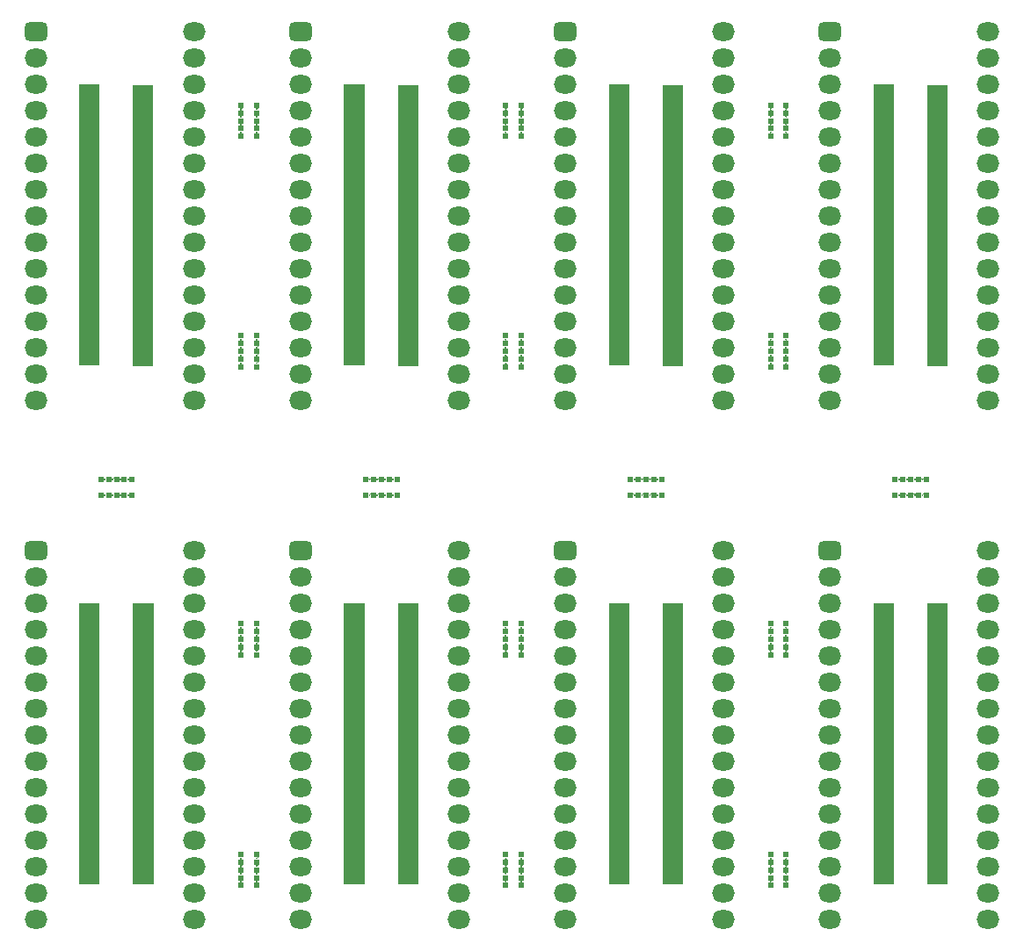
<source format=gbs>
G04 #@! TF.GenerationSoftware,KiCad,Pcbnew,6.0.0-d3dd2cf0fa~116~ubuntu20.04.1*
G04 #@! TF.CreationDate,2022-01-17T17:50:43+01:00*
G04 #@! TF.ProjectId,8xArduino_GPIB_Cuttout,38784172-6475-4696-9e6f-5f475049425f,rev?*
G04 #@! TF.SameCoordinates,Original*
G04 #@! TF.FileFunction,Soldermask,Bot*
G04 #@! TF.FilePolarity,Negative*
%FSLAX46Y46*%
G04 Gerber Fmt 4.6, Leading zero omitted, Abs format (unit mm)*
G04 Created by KiCad (PCBNEW 6.0.0-d3dd2cf0fa~116~ubuntu20.04.1) date 2022-01-17 17:50:43*
%MOMM*%
%LPD*%
G01*
G04 APERTURE LIST*
G04 Aperture macros list*
%AMRoundRect*
0 Rectangle with rounded corners*
0 $1 Rounding radius*
0 $2 $3 $4 $5 $6 $7 $8 $9 X,Y pos of 4 corners*
0 Add a 4 corners polygon primitive as box body*
4,1,4,$2,$3,$4,$5,$6,$7,$8,$9,$2,$3,0*
0 Add four circle primitives for the rounded corners*
1,1,$1+$1,$2,$3*
1,1,$1+$1,$4,$5*
1,1,$1+$1,$6,$7*
1,1,$1+$1,$8,$9*
0 Add four rect primitives between the rounded corners*
20,1,$1+$1,$2,$3,$4,$5,0*
20,1,$1+$1,$4,$5,$6,$7,0*
20,1,$1+$1,$6,$7,$8,$9,0*
20,1,$1+$1,$8,$9,$2,$3,0*%
G04 Aperture macros list end*
%ADD10C,0.120000*%
%ADD11C,0.602000*%
%ADD12RoundRect,0.476000X-0.625000X-0.425000X0.625000X-0.425000X0.625000X0.425000X-0.625000X0.425000X0*%
%ADD13O,2.202000X1.802000*%
G04 APERTURE END LIST*
D10*
X158145000Y-64880000D02*
X156275000Y-64880000D01*
X156275000Y-64880000D02*
X156275000Y-91900000D01*
X156275000Y-91900000D02*
X158145000Y-91900000D01*
X158145000Y-91900000D02*
X158145000Y-64880000D01*
G36*
X158145000Y-64880000D02*
G01*
X156275000Y-64880000D01*
X156275000Y-91900000D01*
X158145000Y-91900000D01*
X158145000Y-64880000D01*
G37*
X152960000Y-64850000D02*
X151090000Y-64850000D01*
X151090000Y-64850000D02*
X151090000Y-91870000D01*
X151090000Y-91870000D02*
X152960000Y-91870000D01*
X152960000Y-91870000D02*
X152960000Y-64850000D01*
G36*
X152960000Y-64850000D02*
G01*
X151090000Y-64850000D01*
X151090000Y-91870000D01*
X152960000Y-91870000D01*
X152960000Y-64850000D01*
G37*
X127460000Y-114850000D02*
X125590000Y-114850000D01*
X125590000Y-114850000D02*
X125590000Y-141870000D01*
X125590000Y-141870000D02*
X127460000Y-141870000D01*
X127460000Y-141870000D02*
X127460000Y-114850000D01*
G36*
X127460000Y-114850000D02*
G01*
X125590000Y-114850000D01*
X125590000Y-141870000D01*
X127460000Y-141870000D01*
X127460000Y-114850000D01*
G37*
X132645000Y-114880000D02*
X130775000Y-114880000D01*
X130775000Y-114880000D02*
X130775000Y-141900000D01*
X130775000Y-141900000D02*
X132645000Y-141900000D01*
X132645000Y-141900000D02*
X132645000Y-114880000D01*
G36*
X132645000Y-114880000D02*
G01*
X130775000Y-114880000D01*
X130775000Y-141900000D01*
X132645000Y-141900000D01*
X132645000Y-114880000D01*
G37*
X101937500Y-64850000D02*
X100067500Y-64850000D01*
X100067500Y-64850000D02*
X100067500Y-91870000D01*
X100067500Y-91870000D02*
X101937500Y-91870000D01*
X101937500Y-91870000D02*
X101937500Y-64850000D01*
G36*
X101937500Y-64850000D02*
G01*
X100067500Y-64850000D01*
X100067500Y-91870000D01*
X101937500Y-91870000D01*
X101937500Y-64850000D01*
G37*
X107122500Y-64880000D02*
X105252500Y-64880000D01*
X105252500Y-64880000D02*
X105252500Y-91900000D01*
X105252500Y-91900000D02*
X107122500Y-91900000D01*
X107122500Y-91900000D02*
X107122500Y-64880000D01*
G36*
X107122500Y-64880000D02*
G01*
X105252500Y-64880000D01*
X105252500Y-91900000D01*
X107122500Y-91900000D01*
X107122500Y-64880000D01*
G37*
X132645000Y-64880000D02*
X130775000Y-64880000D01*
X130775000Y-64880000D02*
X130775000Y-91900000D01*
X130775000Y-91900000D02*
X132645000Y-91900000D01*
X132645000Y-91900000D02*
X132645000Y-64880000D01*
G36*
X132645000Y-64880000D02*
G01*
X130775000Y-64880000D01*
X130775000Y-91900000D01*
X132645000Y-91900000D01*
X132645000Y-64880000D01*
G37*
X127460000Y-64850000D02*
X125590000Y-64850000D01*
X125590000Y-64850000D02*
X125590000Y-91870000D01*
X125590000Y-91870000D02*
X127460000Y-91870000D01*
X127460000Y-91870000D02*
X127460000Y-64850000D01*
G36*
X127460000Y-64850000D02*
G01*
X125590000Y-64850000D01*
X125590000Y-91870000D01*
X127460000Y-91870000D01*
X127460000Y-64850000D01*
G37*
X183645000Y-64880000D02*
X181775000Y-64880000D01*
X181775000Y-64880000D02*
X181775000Y-91900000D01*
X181775000Y-91900000D02*
X183645000Y-91900000D01*
X183645000Y-91900000D02*
X183645000Y-64880000D01*
G36*
X183645000Y-64880000D02*
G01*
X181775000Y-64880000D01*
X181775000Y-91900000D01*
X183645000Y-91900000D01*
X183645000Y-64880000D01*
G37*
X178460000Y-64850000D02*
X176590000Y-64850000D01*
X176590000Y-64850000D02*
X176590000Y-91870000D01*
X176590000Y-91870000D02*
X178460000Y-91870000D01*
X178460000Y-91870000D02*
X178460000Y-64850000D01*
G36*
X178460000Y-64850000D02*
G01*
X176590000Y-64850000D01*
X176590000Y-91870000D01*
X178460000Y-91870000D01*
X178460000Y-64850000D01*
G37*
X183645000Y-114880000D02*
X181775000Y-114880000D01*
X181775000Y-114880000D02*
X181775000Y-141900000D01*
X181775000Y-141900000D02*
X183645000Y-141900000D01*
X183645000Y-141900000D02*
X183645000Y-114880000D01*
G36*
X183645000Y-114880000D02*
G01*
X181775000Y-114880000D01*
X181775000Y-141900000D01*
X183645000Y-141900000D01*
X183645000Y-114880000D01*
G37*
X178460000Y-114850000D02*
X176590000Y-114850000D01*
X176590000Y-114850000D02*
X176590000Y-141870000D01*
X176590000Y-141870000D02*
X178460000Y-141870000D01*
X178460000Y-141870000D02*
X178460000Y-114850000D01*
G36*
X178460000Y-114850000D02*
G01*
X176590000Y-114850000D01*
X176590000Y-141870000D01*
X178460000Y-141870000D01*
X178460000Y-114850000D01*
G37*
X107145000Y-114880000D02*
X105275000Y-114880000D01*
X105275000Y-114880000D02*
X105275000Y-141900000D01*
X105275000Y-141900000D02*
X107145000Y-141900000D01*
X107145000Y-141900000D02*
X107145000Y-114880000D01*
G36*
X107145000Y-114880000D02*
G01*
X105275000Y-114880000D01*
X105275000Y-141900000D01*
X107145000Y-141900000D01*
X107145000Y-114880000D01*
G37*
X101960000Y-114850000D02*
X100090000Y-114850000D01*
X100090000Y-114850000D02*
X100090000Y-141870000D01*
X100090000Y-141870000D02*
X101960000Y-141870000D01*
X101960000Y-141870000D02*
X101960000Y-114850000D01*
G36*
X101960000Y-114850000D02*
G01*
X100090000Y-114850000D01*
X100090000Y-141870000D01*
X101960000Y-141870000D01*
X101960000Y-114850000D01*
G37*
X152960000Y-114850000D02*
X151090000Y-114850000D01*
X151090000Y-114850000D02*
X151090000Y-141870000D01*
X151090000Y-141870000D02*
X152960000Y-141870000D01*
X152960000Y-141870000D02*
X152960000Y-114850000D01*
G36*
X152960000Y-114850000D02*
G01*
X151090000Y-114850000D01*
X151090000Y-141870000D01*
X152960000Y-141870000D01*
X152960000Y-114850000D01*
G37*
X158145000Y-114880000D02*
X156275000Y-114880000D01*
X156275000Y-114880000D02*
X156275000Y-141900000D01*
X156275000Y-141900000D02*
X158145000Y-141900000D01*
X158145000Y-141900000D02*
X158145000Y-114880000D01*
G36*
X158145000Y-114880000D02*
G01*
X156275000Y-114880000D01*
X156275000Y-141900000D01*
X158145000Y-141900000D01*
X158145000Y-114880000D01*
G37*
X158145000Y-64880000D02*
X156275000Y-64880000D01*
X156275000Y-64880000D02*
X156275000Y-91900000D01*
X156275000Y-91900000D02*
X158145000Y-91900000D01*
X158145000Y-91900000D02*
X158145000Y-64880000D01*
G36*
X158145000Y-64880000D02*
G01*
X156275000Y-64880000D01*
X156275000Y-91900000D01*
X158145000Y-91900000D01*
X158145000Y-64880000D01*
G37*
X152960000Y-64850000D02*
X151090000Y-64850000D01*
X151090000Y-64850000D02*
X151090000Y-91870000D01*
X151090000Y-91870000D02*
X152960000Y-91870000D01*
X152960000Y-91870000D02*
X152960000Y-64850000D01*
G36*
X152960000Y-64850000D02*
G01*
X151090000Y-64850000D01*
X151090000Y-91870000D01*
X152960000Y-91870000D01*
X152960000Y-64850000D01*
G37*
X127460000Y-114850000D02*
X125590000Y-114850000D01*
X125590000Y-114850000D02*
X125590000Y-141870000D01*
X125590000Y-141870000D02*
X127460000Y-141870000D01*
X127460000Y-141870000D02*
X127460000Y-114850000D01*
G36*
X127460000Y-114850000D02*
G01*
X125590000Y-114850000D01*
X125590000Y-141870000D01*
X127460000Y-141870000D01*
X127460000Y-114850000D01*
G37*
X132645000Y-114880000D02*
X130775000Y-114880000D01*
X130775000Y-114880000D02*
X130775000Y-141900000D01*
X130775000Y-141900000D02*
X132645000Y-141900000D01*
X132645000Y-141900000D02*
X132645000Y-114880000D01*
G36*
X132645000Y-114880000D02*
G01*
X130775000Y-114880000D01*
X130775000Y-141900000D01*
X132645000Y-141900000D01*
X132645000Y-114880000D01*
G37*
X101937500Y-64850000D02*
X100067500Y-64850000D01*
X100067500Y-64850000D02*
X100067500Y-91870000D01*
X100067500Y-91870000D02*
X101937500Y-91870000D01*
X101937500Y-91870000D02*
X101937500Y-64850000D01*
G36*
X101937500Y-64850000D02*
G01*
X100067500Y-64850000D01*
X100067500Y-91870000D01*
X101937500Y-91870000D01*
X101937500Y-64850000D01*
G37*
X107122500Y-64880000D02*
X105252500Y-64880000D01*
X105252500Y-64880000D02*
X105252500Y-91900000D01*
X105252500Y-91900000D02*
X107122500Y-91900000D01*
X107122500Y-91900000D02*
X107122500Y-64880000D01*
G36*
X107122500Y-64880000D02*
G01*
X105252500Y-64880000D01*
X105252500Y-91900000D01*
X107122500Y-91900000D01*
X107122500Y-64880000D01*
G37*
X132645000Y-64880000D02*
X130775000Y-64880000D01*
X130775000Y-64880000D02*
X130775000Y-91900000D01*
X130775000Y-91900000D02*
X132645000Y-91900000D01*
X132645000Y-91900000D02*
X132645000Y-64880000D01*
G36*
X132645000Y-64880000D02*
G01*
X130775000Y-64880000D01*
X130775000Y-91900000D01*
X132645000Y-91900000D01*
X132645000Y-64880000D01*
G37*
X127460000Y-64850000D02*
X125590000Y-64850000D01*
X125590000Y-64850000D02*
X125590000Y-91870000D01*
X125590000Y-91870000D02*
X127460000Y-91870000D01*
X127460000Y-91870000D02*
X127460000Y-64850000D01*
G36*
X127460000Y-64850000D02*
G01*
X125590000Y-64850000D01*
X125590000Y-91870000D01*
X127460000Y-91870000D01*
X127460000Y-64850000D01*
G37*
X183645000Y-64880000D02*
X181775000Y-64880000D01*
X181775000Y-64880000D02*
X181775000Y-91900000D01*
X181775000Y-91900000D02*
X183645000Y-91900000D01*
X183645000Y-91900000D02*
X183645000Y-64880000D01*
G36*
X183645000Y-64880000D02*
G01*
X181775000Y-64880000D01*
X181775000Y-91900000D01*
X183645000Y-91900000D01*
X183645000Y-64880000D01*
G37*
X178460000Y-64850000D02*
X176590000Y-64850000D01*
X176590000Y-64850000D02*
X176590000Y-91870000D01*
X176590000Y-91870000D02*
X178460000Y-91870000D01*
X178460000Y-91870000D02*
X178460000Y-64850000D01*
G36*
X178460000Y-64850000D02*
G01*
X176590000Y-64850000D01*
X176590000Y-91870000D01*
X178460000Y-91870000D01*
X178460000Y-64850000D01*
G37*
X183645000Y-114880000D02*
X181775000Y-114880000D01*
X181775000Y-114880000D02*
X181775000Y-141900000D01*
X181775000Y-141900000D02*
X183645000Y-141900000D01*
X183645000Y-141900000D02*
X183645000Y-114880000D01*
G36*
X183645000Y-114880000D02*
G01*
X181775000Y-114880000D01*
X181775000Y-141900000D01*
X183645000Y-141900000D01*
X183645000Y-114880000D01*
G37*
X178460000Y-114850000D02*
X176590000Y-114850000D01*
X176590000Y-114850000D02*
X176590000Y-141870000D01*
X176590000Y-141870000D02*
X178460000Y-141870000D01*
X178460000Y-141870000D02*
X178460000Y-114850000D01*
G36*
X178460000Y-114850000D02*
G01*
X176590000Y-114850000D01*
X176590000Y-141870000D01*
X178460000Y-141870000D01*
X178460000Y-114850000D01*
G37*
X107145000Y-114880000D02*
X105275000Y-114880000D01*
X105275000Y-114880000D02*
X105275000Y-141900000D01*
X105275000Y-141900000D02*
X107145000Y-141900000D01*
X107145000Y-141900000D02*
X107145000Y-114880000D01*
G36*
X107145000Y-114880000D02*
G01*
X105275000Y-114880000D01*
X105275000Y-141900000D01*
X107145000Y-141900000D01*
X107145000Y-114880000D01*
G37*
X101960000Y-114850000D02*
X100090000Y-114850000D01*
X100090000Y-114850000D02*
X100090000Y-141870000D01*
X100090000Y-141870000D02*
X101960000Y-141870000D01*
X101960000Y-141870000D02*
X101960000Y-114850000D01*
G36*
X101960000Y-114850000D02*
G01*
X100090000Y-114850000D01*
X100090000Y-141870000D01*
X101960000Y-141870000D01*
X101960000Y-114850000D01*
G37*
X152960000Y-114850000D02*
X151090000Y-114850000D01*
X151090000Y-114850000D02*
X151090000Y-141870000D01*
X151090000Y-141870000D02*
X152960000Y-141870000D01*
X152960000Y-141870000D02*
X152960000Y-114850000D01*
G36*
X152960000Y-114850000D02*
G01*
X151090000Y-114850000D01*
X151090000Y-141870000D01*
X152960000Y-141870000D01*
X152960000Y-114850000D01*
G37*
X158145000Y-114880000D02*
X156275000Y-114880000D01*
X156275000Y-114880000D02*
X156275000Y-141900000D01*
X156275000Y-141900000D02*
X158145000Y-141900000D01*
X158145000Y-141900000D02*
X158145000Y-114880000D01*
G36*
X158145000Y-114880000D02*
G01*
X156275000Y-114880000D01*
X156275000Y-141900000D01*
X158145000Y-141900000D01*
X158145000Y-114880000D01*
G37*
D11*
X142670000Y-116845000D03*
X142670000Y-118345000D03*
X141170000Y-119845000D03*
X142670000Y-117595000D03*
X141170000Y-119095000D03*
X141170000Y-118345000D03*
X141170000Y-116845000D03*
X142670000Y-119845000D03*
X141170000Y-117595000D03*
X142670000Y-119095000D03*
X141170000Y-142080000D03*
X142670000Y-142080000D03*
X142670000Y-139830000D03*
X142670000Y-139080000D03*
X142670000Y-141330000D03*
X142670000Y-140580000D03*
X141170000Y-140580000D03*
X141170000Y-139830000D03*
X141170000Y-141330000D03*
X141170000Y-139080000D03*
D12*
X172400001Y-109745001D03*
D13*
X172400001Y-112285001D03*
X172400001Y-114825001D03*
X172400001Y-117365001D03*
X172400001Y-119905001D03*
X172400001Y-122445001D03*
X172400001Y-124985001D03*
X172400001Y-127525001D03*
X172400001Y-130065001D03*
X172400001Y-132605001D03*
X172400001Y-135145001D03*
X172400001Y-137685001D03*
X172400001Y-140225001D03*
X172400001Y-142765001D03*
X172400001Y-145305001D03*
X187640001Y-145305001D03*
X187640001Y-142765001D03*
X187640001Y-140225001D03*
X187640001Y-137685001D03*
X187640001Y-135145001D03*
X187640001Y-132605001D03*
X187640001Y-130065001D03*
X187640001Y-127525001D03*
X187640001Y-124985001D03*
X187640001Y-122445001D03*
X187640001Y-119905001D03*
X187640001Y-117365001D03*
X187640001Y-114825001D03*
X187640001Y-112285001D03*
X187640001Y-109745001D03*
D12*
X121400001Y-59745001D03*
D13*
X121400001Y-62285001D03*
X121400001Y-64825001D03*
X121400001Y-67365001D03*
X121400001Y-69905001D03*
X121400001Y-72445001D03*
X121400001Y-74985001D03*
X121400001Y-77525001D03*
X121400001Y-80065001D03*
X121400001Y-82605001D03*
X121400001Y-85145001D03*
X121400001Y-87685001D03*
X121400001Y-90225001D03*
X121400001Y-92765001D03*
X121400001Y-95305001D03*
X136640001Y-95305001D03*
X136640001Y-92765001D03*
X136640001Y-90225001D03*
X136640001Y-87685001D03*
X136640001Y-85145001D03*
X136640001Y-82605001D03*
X136640001Y-80065001D03*
X136640001Y-77525001D03*
X136640001Y-74985001D03*
X136640001Y-72445001D03*
X136640001Y-69905001D03*
X136640001Y-67365001D03*
X136640001Y-64825001D03*
X136640001Y-62285001D03*
X136640001Y-59745001D03*
D11*
X142670000Y-69095000D03*
X141170000Y-66845000D03*
X142670000Y-67595000D03*
X142670000Y-66845000D03*
X141170000Y-69095000D03*
X141170000Y-69845000D03*
X141170000Y-67595000D03*
X141170000Y-68345000D03*
X142670000Y-68345000D03*
X142670000Y-69845000D03*
X130680000Y-104410000D03*
X129930000Y-104410000D03*
X127680000Y-104410000D03*
X129930000Y-102910000D03*
X128430000Y-102910000D03*
X129180000Y-104410000D03*
X128430000Y-104410000D03*
X129180000Y-102910000D03*
X130680000Y-102910000D03*
X127680000Y-102910000D03*
X115670000Y-90580000D03*
X117170000Y-89080000D03*
X115670000Y-91330000D03*
X115670000Y-92080000D03*
X117170000Y-90580000D03*
X117170000Y-91330000D03*
X117170000Y-89830000D03*
X117170000Y-92080000D03*
X115670000Y-89830000D03*
X115670000Y-89080000D03*
X103680000Y-102910000D03*
X105180000Y-102910000D03*
X103680000Y-104410000D03*
X102180000Y-102910000D03*
X105180000Y-104410000D03*
X102930000Y-104410000D03*
X102930000Y-102910000D03*
X104430000Y-102910000D03*
X102180000Y-104410000D03*
X104430000Y-104410000D03*
X117170000Y-67595000D03*
X115670000Y-66845000D03*
X115670000Y-69095000D03*
X117170000Y-69845000D03*
X117170000Y-69095000D03*
X117170000Y-66845000D03*
X115670000Y-69845000D03*
X115670000Y-67595000D03*
X115670000Y-68345000D03*
X117170000Y-68345000D03*
D12*
X95900001Y-109745001D03*
D13*
X95900001Y-112285001D03*
X95900001Y-114825001D03*
X95900001Y-117365001D03*
X95900001Y-119905001D03*
X95900001Y-122445001D03*
X95900001Y-124985001D03*
X95900001Y-127525001D03*
X95900001Y-130065001D03*
X95900001Y-132605001D03*
X95900001Y-135145001D03*
X95900001Y-137685001D03*
X95900001Y-140225001D03*
X95900001Y-142765001D03*
X95900001Y-145305001D03*
X111140001Y-145305001D03*
X111140001Y-142765001D03*
X111140001Y-140225001D03*
X111140001Y-137685001D03*
X111140001Y-135145001D03*
X111140001Y-132605001D03*
X111140001Y-130065001D03*
X111140001Y-127525001D03*
X111140001Y-124985001D03*
X111140001Y-122445001D03*
X111140001Y-119905001D03*
X111140001Y-117365001D03*
X111140001Y-114825001D03*
X111140001Y-112285001D03*
X111140001Y-109745001D03*
D11*
X166670000Y-67595000D03*
X168170000Y-66845000D03*
X166670000Y-66845000D03*
X168170000Y-68345000D03*
X166670000Y-68345000D03*
X166670000Y-69845000D03*
X168170000Y-69095000D03*
X168170000Y-69845000D03*
X168170000Y-67595000D03*
X166670000Y-69095000D03*
X166670000Y-91330000D03*
X166670000Y-89080000D03*
X168170000Y-89080000D03*
X168170000Y-91330000D03*
X166670000Y-89830000D03*
X166670000Y-92080000D03*
X168170000Y-92080000D03*
X168170000Y-89830000D03*
X166670000Y-90580000D03*
X168170000Y-90580000D03*
X180180000Y-102910000D03*
X181680000Y-104410000D03*
X179430000Y-102910000D03*
X180930000Y-104410000D03*
X179430000Y-104410000D03*
X180930000Y-102910000D03*
X180180000Y-104410000D03*
X181680000Y-102910000D03*
X178680000Y-102910000D03*
X178680000Y-104410000D03*
X142670000Y-89830000D03*
X141170000Y-92080000D03*
X141170000Y-90580000D03*
X141170000Y-89830000D03*
X142670000Y-89080000D03*
X141170000Y-91330000D03*
X141170000Y-89080000D03*
X142670000Y-91330000D03*
X142670000Y-92080000D03*
X142670000Y-90580000D03*
X155430000Y-104410000D03*
X153180000Y-102910000D03*
X155430000Y-102910000D03*
X153930000Y-104410000D03*
X156180000Y-102910000D03*
X153180000Y-104410000D03*
X156180000Y-104410000D03*
X153930000Y-102910000D03*
X154680000Y-102910000D03*
X154680000Y-104410000D03*
D12*
X146900001Y-59745001D03*
D13*
X146900001Y-62285001D03*
X146900001Y-64825001D03*
X146900001Y-67365001D03*
X146900001Y-69905001D03*
X146900001Y-72445001D03*
X146900001Y-74985001D03*
X146900001Y-77525001D03*
X146900001Y-80065001D03*
X146900001Y-82605001D03*
X146900001Y-85145001D03*
X146900001Y-87685001D03*
X146900001Y-90225001D03*
X146900001Y-92765001D03*
X146900001Y-95305001D03*
X162140001Y-95305001D03*
X162140001Y-92765001D03*
X162140001Y-90225001D03*
X162140001Y-87685001D03*
X162140001Y-85145001D03*
X162140001Y-82605001D03*
X162140001Y-80065001D03*
X162140001Y-77525001D03*
X162140001Y-74985001D03*
X162140001Y-72445001D03*
X162140001Y-69905001D03*
X162140001Y-67365001D03*
X162140001Y-64825001D03*
X162140001Y-62285001D03*
X162140001Y-59745001D03*
D11*
X117170000Y-142080000D03*
X117170000Y-139080000D03*
X115670000Y-142080000D03*
X115670000Y-141330000D03*
X117170000Y-141330000D03*
X117170000Y-139830000D03*
X115670000Y-140580000D03*
X117170000Y-140580000D03*
X115670000Y-139080000D03*
X115670000Y-139830000D03*
X166670000Y-141330000D03*
X166670000Y-140580000D03*
X168170000Y-139830000D03*
X168170000Y-142080000D03*
X166670000Y-142080000D03*
X168170000Y-141330000D03*
X168170000Y-139080000D03*
X168170000Y-140580000D03*
X166670000Y-139080000D03*
X166670000Y-139830000D03*
D12*
X172400001Y-59745001D03*
D13*
X172400001Y-62285001D03*
X172400001Y-64825001D03*
X172400001Y-67365001D03*
X172400001Y-69905001D03*
X172400001Y-72445001D03*
X172400001Y-74985001D03*
X172400001Y-77525001D03*
X172400001Y-80065001D03*
X172400001Y-82605001D03*
X172400001Y-85145001D03*
X172400001Y-87685001D03*
X172400001Y-90225001D03*
X172400001Y-92765001D03*
X172400001Y-95305001D03*
X187640001Y-95305001D03*
X187640001Y-92765001D03*
X187640001Y-90225001D03*
X187640001Y-87685001D03*
X187640001Y-85145001D03*
X187640001Y-82605001D03*
X187640001Y-80065001D03*
X187640001Y-77525001D03*
X187640001Y-74985001D03*
X187640001Y-72445001D03*
X187640001Y-69905001D03*
X187640001Y-67365001D03*
X187640001Y-64825001D03*
X187640001Y-62285001D03*
X187640001Y-59745001D03*
D12*
X146900001Y-109745001D03*
D13*
X146900001Y-112285001D03*
X146900001Y-114825001D03*
X146900001Y-117365001D03*
X146900001Y-119905001D03*
X146900001Y-122445001D03*
X146900001Y-124985001D03*
X146900001Y-127525001D03*
X146900001Y-130065001D03*
X146900001Y-132605001D03*
X146900001Y-135145001D03*
X146900001Y-137685001D03*
X146900001Y-140225001D03*
X146900001Y-142765001D03*
X146900001Y-145305001D03*
X162140001Y-145305001D03*
X162140001Y-142765001D03*
X162140001Y-140225001D03*
X162140001Y-137685001D03*
X162140001Y-135145001D03*
X162140001Y-132605001D03*
X162140001Y-130065001D03*
X162140001Y-127525001D03*
X162140001Y-124985001D03*
X162140001Y-122445001D03*
X162140001Y-119905001D03*
X162140001Y-117365001D03*
X162140001Y-114825001D03*
X162140001Y-112285001D03*
X162140001Y-109745001D03*
D11*
X166670000Y-117595000D03*
X166670000Y-119845000D03*
X166670000Y-119095000D03*
X168170000Y-118345000D03*
X168170000Y-116845000D03*
X168170000Y-117595000D03*
X166670000Y-118345000D03*
X166670000Y-116845000D03*
X168170000Y-119845000D03*
X168170000Y-119095000D03*
X117170000Y-119095000D03*
X117170000Y-119845000D03*
X117170000Y-116845000D03*
X117170000Y-118345000D03*
X115670000Y-117595000D03*
X115670000Y-116845000D03*
X117170000Y-117595000D03*
X115670000Y-118345000D03*
X115670000Y-119095000D03*
X115670000Y-119845000D03*
D12*
X121400001Y-109745001D03*
D13*
X121400001Y-112285001D03*
X121400001Y-114825001D03*
X121400001Y-117365001D03*
X121400001Y-119905001D03*
X121400001Y-122445001D03*
X121400001Y-124985001D03*
X121400001Y-127525001D03*
X121400001Y-130065001D03*
X121400001Y-132605001D03*
X121400001Y-135145001D03*
X121400001Y-137685001D03*
X121400001Y-140225001D03*
X121400001Y-142765001D03*
X121400001Y-145305001D03*
X136640001Y-145305001D03*
X136640001Y-142765001D03*
X136640001Y-140225001D03*
X136640001Y-137685001D03*
X136640001Y-135145001D03*
X136640001Y-132605001D03*
X136640001Y-130065001D03*
X136640001Y-127525001D03*
X136640001Y-124985001D03*
X136640001Y-122445001D03*
X136640001Y-119905001D03*
X136640001Y-117365001D03*
X136640001Y-114825001D03*
X136640001Y-112285001D03*
X136640001Y-109745001D03*
D12*
X95900001Y-59745001D03*
D13*
X95900001Y-62285001D03*
X95900001Y-64825001D03*
X95900001Y-67365001D03*
X95900001Y-69905001D03*
X95900001Y-72445001D03*
X95900001Y-74985001D03*
X95900001Y-77525001D03*
X95900001Y-80065001D03*
X95900001Y-82605001D03*
X95900001Y-85145001D03*
X95900001Y-87685001D03*
X95900001Y-90225001D03*
X95900001Y-92765001D03*
X95900001Y-95305001D03*
X111140001Y-95305001D03*
X111140001Y-92765001D03*
X111140001Y-90225001D03*
X111140001Y-87685001D03*
X111140001Y-85145001D03*
X111140001Y-82605001D03*
X111140001Y-80065001D03*
X111140001Y-77525001D03*
X111140001Y-74985001D03*
X111140001Y-72445001D03*
X111140001Y-69905001D03*
X111140001Y-67365001D03*
X111140001Y-64825001D03*
X111140001Y-62285001D03*
X111140001Y-59745001D03*
G36*
X166800127Y-141597025D02*
G01*
X166800811Y-141598904D01*
X166800214Y-141600011D01*
X166754657Y-141643037D01*
X166738009Y-141710263D01*
X166760364Y-141775863D01*
X166799341Y-141809636D01*
X166799995Y-141811526D01*
X166798685Y-141813038D01*
X166797347Y-141813027D01*
X166721916Y-141785573D01*
X166618084Y-141785573D01*
X166541843Y-141813322D01*
X166539873Y-141812975D01*
X166539189Y-141811096D01*
X166539786Y-141809989D01*
X166585343Y-141766963D01*
X166601991Y-141699737D01*
X166579636Y-141634137D01*
X166540659Y-141600364D01*
X166540005Y-141598474D01*
X166541315Y-141596962D01*
X166542653Y-141596973D01*
X166618084Y-141624427D01*
X166721916Y-141624427D01*
X166798157Y-141596678D01*
X166800127Y-141597025D01*
G37*
G36*
X141300127Y-141597025D02*
G01*
X141300811Y-141598904D01*
X141300214Y-141600011D01*
X141254657Y-141643037D01*
X141238009Y-141710263D01*
X141260364Y-141775863D01*
X141299341Y-141809636D01*
X141299995Y-141811526D01*
X141298685Y-141813038D01*
X141297347Y-141813027D01*
X141221916Y-141785573D01*
X141118084Y-141785573D01*
X141041843Y-141813322D01*
X141039873Y-141812975D01*
X141039189Y-141811096D01*
X141039786Y-141809989D01*
X141085343Y-141766963D01*
X141101991Y-141699737D01*
X141079636Y-141634137D01*
X141040659Y-141600364D01*
X141040005Y-141598474D01*
X141041315Y-141596962D01*
X141042653Y-141596973D01*
X141118084Y-141624427D01*
X141221916Y-141624427D01*
X141298157Y-141596678D01*
X141300127Y-141597025D01*
G37*
G36*
X115800127Y-141597025D02*
G01*
X115800811Y-141598904D01*
X115800214Y-141600011D01*
X115754657Y-141643037D01*
X115738009Y-141710263D01*
X115760364Y-141775863D01*
X115799341Y-141809636D01*
X115799995Y-141811526D01*
X115798685Y-141813038D01*
X115797347Y-141813027D01*
X115721916Y-141785573D01*
X115618084Y-141785573D01*
X115541843Y-141813322D01*
X115539873Y-141812975D01*
X115539189Y-141811096D01*
X115539786Y-141809989D01*
X115585343Y-141766963D01*
X115601991Y-141699737D01*
X115579636Y-141634137D01*
X115540659Y-141600364D01*
X115540005Y-141598474D01*
X115541315Y-141596962D01*
X115542653Y-141596973D01*
X115618084Y-141624427D01*
X115721916Y-141624427D01*
X115798157Y-141596678D01*
X115800127Y-141597025D01*
G37*
G36*
X142800127Y-141597025D02*
G01*
X142800811Y-141598904D01*
X142800214Y-141600011D01*
X142754657Y-141643037D01*
X142738009Y-141710263D01*
X142760364Y-141775863D01*
X142799341Y-141809636D01*
X142799995Y-141811526D01*
X142798685Y-141813038D01*
X142797347Y-141813027D01*
X142721916Y-141785573D01*
X142618084Y-141785573D01*
X142541843Y-141813322D01*
X142539873Y-141812975D01*
X142539189Y-141811096D01*
X142539786Y-141809989D01*
X142585343Y-141766963D01*
X142601991Y-141699737D01*
X142579636Y-141634137D01*
X142540659Y-141600364D01*
X142540005Y-141598474D01*
X142541315Y-141596962D01*
X142542653Y-141596973D01*
X142618084Y-141624427D01*
X142721916Y-141624427D01*
X142798157Y-141596678D01*
X142800127Y-141597025D01*
G37*
G36*
X117300127Y-141597025D02*
G01*
X117300811Y-141598904D01*
X117300214Y-141600011D01*
X117254657Y-141643037D01*
X117238009Y-141710263D01*
X117260364Y-141775863D01*
X117299341Y-141809636D01*
X117299995Y-141811526D01*
X117298685Y-141813038D01*
X117297347Y-141813027D01*
X117221916Y-141785573D01*
X117118084Y-141785573D01*
X117041843Y-141813322D01*
X117039873Y-141812975D01*
X117039189Y-141811096D01*
X117039786Y-141809989D01*
X117085343Y-141766963D01*
X117101991Y-141699737D01*
X117079636Y-141634137D01*
X117040659Y-141600364D01*
X117040005Y-141598474D01*
X117041315Y-141596962D01*
X117042653Y-141596973D01*
X117118084Y-141624427D01*
X117221916Y-141624427D01*
X117298157Y-141596678D01*
X117300127Y-141597025D01*
G37*
G36*
X168300127Y-141597025D02*
G01*
X168300811Y-141598904D01*
X168300214Y-141600011D01*
X168254657Y-141643037D01*
X168238009Y-141710263D01*
X168260364Y-141775863D01*
X168299341Y-141809636D01*
X168299995Y-141811526D01*
X168298685Y-141813038D01*
X168297347Y-141813027D01*
X168221916Y-141785573D01*
X168118084Y-141785573D01*
X168041843Y-141813322D01*
X168039873Y-141812975D01*
X168039189Y-141811096D01*
X168039786Y-141809989D01*
X168085343Y-141766963D01*
X168101991Y-141699737D01*
X168079636Y-141634137D01*
X168040659Y-141600364D01*
X168040005Y-141598474D01*
X168041315Y-141596962D01*
X168042653Y-141596973D01*
X168118084Y-141624427D01*
X168221916Y-141624427D01*
X168298157Y-141596678D01*
X168300127Y-141597025D01*
G37*
G36*
X117300127Y-140847025D02*
G01*
X117300811Y-140848904D01*
X117300214Y-140850011D01*
X117254657Y-140893037D01*
X117238009Y-140960263D01*
X117260364Y-141025863D01*
X117299341Y-141059636D01*
X117299995Y-141061526D01*
X117298685Y-141063038D01*
X117297347Y-141063027D01*
X117221916Y-141035573D01*
X117118084Y-141035573D01*
X117041843Y-141063322D01*
X117039873Y-141062975D01*
X117039189Y-141061096D01*
X117039786Y-141059989D01*
X117085343Y-141016963D01*
X117101991Y-140949737D01*
X117079636Y-140884137D01*
X117040659Y-140850364D01*
X117040005Y-140848474D01*
X117041315Y-140846962D01*
X117042653Y-140846973D01*
X117118084Y-140874427D01*
X117221916Y-140874427D01*
X117298157Y-140846678D01*
X117300127Y-140847025D01*
G37*
G36*
X142800127Y-140847025D02*
G01*
X142800811Y-140848904D01*
X142800214Y-140850011D01*
X142754657Y-140893037D01*
X142738009Y-140960263D01*
X142760364Y-141025863D01*
X142799341Y-141059636D01*
X142799995Y-141061526D01*
X142798685Y-141063038D01*
X142797347Y-141063027D01*
X142721916Y-141035573D01*
X142618084Y-141035573D01*
X142541843Y-141063322D01*
X142539873Y-141062975D01*
X142539189Y-141061096D01*
X142539786Y-141059989D01*
X142585343Y-141016963D01*
X142601991Y-140949737D01*
X142579636Y-140884137D01*
X142540659Y-140850364D01*
X142540005Y-140848474D01*
X142541315Y-140846962D01*
X142542653Y-140846973D01*
X142618084Y-140874427D01*
X142721916Y-140874427D01*
X142798157Y-140846678D01*
X142800127Y-140847025D01*
G37*
G36*
X166800127Y-140847025D02*
G01*
X166800811Y-140848904D01*
X166800214Y-140850011D01*
X166754657Y-140893037D01*
X166738009Y-140960263D01*
X166760364Y-141025863D01*
X166799341Y-141059636D01*
X166799995Y-141061526D01*
X166798685Y-141063038D01*
X166797347Y-141063027D01*
X166721916Y-141035573D01*
X166618084Y-141035573D01*
X166541843Y-141063322D01*
X166539873Y-141062975D01*
X166539189Y-141061096D01*
X166539786Y-141059989D01*
X166585343Y-141016963D01*
X166601991Y-140949737D01*
X166579636Y-140884137D01*
X166540659Y-140850364D01*
X166540005Y-140848474D01*
X166541315Y-140846962D01*
X166542653Y-140846973D01*
X166618084Y-140874427D01*
X166721916Y-140874427D01*
X166798157Y-140846678D01*
X166800127Y-140847025D01*
G37*
G36*
X115800127Y-140847025D02*
G01*
X115800811Y-140848904D01*
X115800214Y-140850011D01*
X115754657Y-140893037D01*
X115738009Y-140960263D01*
X115760364Y-141025863D01*
X115799341Y-141059636D01*
X115799995Y-141061526D01*
X115798685Y-141063038D01*
X115797347Y-141063027D01*
X115721916Y-141035573D01*
X115618084Y-141035573D01*
X115541843Y-141063322D01*
X115539873Y-141062975D01*
X115539189Y-141061096D01*
X115539786Y-141059989D01*
X115585343Y-141016963D01*
X115601991Y-140949737D01*
X115579636Y-140884137D01*
X115540659Y-140850364D01*
X115540005Y-140848474D01*
X115541315Y-140846962D01*
X115542653Y-140846973D01*
X115618084Y-140874427D01*
X115721916Y-140874427D01*
X115798157Y-140846678D01*
X115800127Y-140847025D01*
G37*
G36*
X141300127Y-140847025D02*
G01*
X141300811Y-140848904D01*
X141300214Y-140850011D01*
X141254657Y-140893037D01*
X141238009Y-140960263D01*
X141260364Y-141025863D01*
X141299341Y-141059636D01*
X141299995Y-141061526D01*
X141298685Y-141063038D01*
X141297347Y-141063027D01*
X141221916Y-141035573D01*
X141118084Y-141035573D01*
X141041843Y-141063322D01*
X141039873Y-141062975D01*
X141039189Y-141061096D01*
X141039786Y-141059989D01*
X141085343Y-141016963D01*
X141101991Y-140949737D01*
X141079636Y-140884137D01*
X141040659Y-140850364D01*
X141040005Y-140848474D01*
X141041315Y-140846962D01*
X141042653Y-140846973D01*
X141118084Y-140874427D01*
X141221916Y-140874427D01*
X141298157Y-140846678D01*
X141300127Y-140847025D01*
G37*
G36*
X168300127Y-140847025D02*
G01*
X168300811Y-140848904D01*
X168300214Y-140850011D01*
X168254657Y-140893037D01*
X168238009Y-140960263D01*
X168260364Y-141025863D01*
X168299341Y-141059636D01*
X168299995Y-141061526D01*
X168298685Y-141063038D01*
X168297347Y-141063027D01*
X168221916Y-141035573D01*
X168118084Y-141035573D01*
X168041843Y-141063322D01*
X168039873Y-141062975D01*
X168039189Y-141061096D01*
X168039786Y-141059989D01*
X168085343Y-141016963D01*
X168101991Y-140949737D01*
X168079636Y-140884137D01*
X168040659Y-140850364D01*
X168040005Y-140848474D01*
X168041315Y-140846962D01*
X168042653Y-140846973D01*
X168118084Y-140874427D01*
X168221916Y-140874427D01*
X168298157Y-140846678D01*
X168300127Y-140847025D01*
G37*
G36*
X141300127Y-140097025D02*
G01*
X141300811Y-140098904D01*
X141300214Y-140100011D01*
X141254657Y-140143037D01*
X141238009Y-140210263D01*
X141260364Y-140275863D01*
X141299341Y-140309636D01*
X141299995Y-140311526D01*
X141298685Y-140313038D01*
X141297347Y-140313027D01*
X141221916Y-140285573D01*
X141118084Y-140285573D01*
X141041843Y-140313322D01*
X141039873Y-140312975D01*
X141039189Y-140311096D01*
X141039786Y-140309989D01*
X141085343Y-140266963D01*
X141101991Y-140199737D01*
X141079636Y-140134137D01*
X141040659Y-140100364D01*
X141040005Y-140098474D01*
X141041315Y-140096962D01*
X141042653Y-140096973D01*
X141118084Y-140124427D01*
X141221916Y-140124427D01*
X141298157Y-140096678D01*
X141300127Y-140097025D01*
G37*
G36*
X117300127Y-140097025D02*
G01*
X117300811Y-140098904D01*
X117300214Y-140100011D01*
X117254657Y-140143037D01*
X117238009Y-140210263D01*
X117260364Y-140275863D01*
X117299341Y-140309636D01*
X117299995Y-140311526D01*
X117298685Y-140313038D01*
X117297347Y-140313027D01*
X117221916Y-140285573D01*
X117118084Y-140285573D01*
X117041843Y-140313322D01*
X117039873Y-140312975D01*
X117039189Y-140311096D01*
X117039786Y-140309989D01*
X117085343Y-140266963D01*
X117101991Y-140199737D01*
X117079636Y-140134137D01*
X117040659Y-140100364D01*
X117040005Y-140098474D01*
X117041315Y-140096962D01*
X117042653Y-140096973D01*
X117118084Y-140124427D01*
X117221916Y-140124427D01*
X117298157Y-140096678D01*
X117300127Y-140097025D01*
G37*
G36*
X115800127Y-140097025D02*
G01*
X115800811Y-140098904D01*
X115800214Y-140100011D01*
X115754657Y-140143037D01*
X115738009Y-140210263D01*
X115760364Y-140275863D01*
X115799341Y-140309636D01*
X115799995Y-140311526D01*
X115798685Y-140313038D01*
X115797347Y-140313027D01*
X115721916Y-140285573D01*
X115618084Y-140285573D01*
X115541843Y-140313322D01*
X115539873Y-140312975D01*
X115539189Y-140311096D01*
X115539786Y-140309989D01*
X115585343Y-140266963D01*
X115601991Y-140199737D01*
X115579636Y-140134137D01*
X115540659Y-140100364D01*
X115540005Y-140098474D01*
X115541315Y-140096962D01*
X115542653Y-140096973D01*
X115618084Y-140124427D01*
X115721916Y-140124427D01*
X115798157Y-140096678D01*
X115800127Y-140097025D01*
G37*
G36*
X142800127Y-140097025D02*
G01*
X142800811Y-140098904D01*
X142800214Y-140100011D01*
X142754657Y-140143037D01*
X142738009Y-140210263D01*
X142760364Y-140275863D01*
X142799341Y-140309636D01*
X142799995Y-140311526D01*
X142798685Y-140313038D01*
X142797347Y-140313027D01*
X142721916Y-140285573D01*
X142618084Y-140285573D01*
X142541843Y-140313322D01*
X142539873Y-140312975D01*
X142539189Y-140311096D01*
X142539786Y-140309989D01*
X142585343Y-140266963D01*
X142601991Y-140199737D01*
X142579636Y-140134137D01*
X142540659Y-140100364D01*
X142540005Y-140098474D01*
X142541315Y-140096962D01*
X142542653Y-140096973D01*
X142618084Y-140124427D01*
X142721916Y-140124427D01*
X142798157Y-140096678D01*
X142800127Y-140097025D01*
G37*
G36*
X168300127Y-140097025D02*
G01*
X168300811Y-140098904D01*
X168300214Y-140100011D01*
X168254657Y-140143037D01*
X168238009Y-140210263D01*
X168260364Y-140275863D01*
X168299341Y-140309636D01*
X168299995Y-140311526D01*
X168298685Y-140313038D01*
X168297347Y-140313027D01*
X168221916Y-140285573D01*
X168118084Y-140285573D01*
X168041843Y-140313322D01*
X168039873Y-140312975D01*
X168039189Y-140311096D01*
X168039786Y-140309989D01*
X168085343Y-140266963D01*
X168101991Y-140199737D01*
X168079636Y-140134137D01*
X168040659Y-140100364D01*
X168040005Y-140098474D01*
X168041315Y-140096962D01*
X168042653Y-140096973D01*
X168118084Y-140124427D01*
X168221916Y-140124427D01*
X168298157Y-140096678D01*
X168300127Y-140097025D01*
G37*
G36*
X166800127Y-140097025D02*
G01*
X166800811Y-140098904D01*
X166800214Y-140100011D01*
X166754657Y-140143037D01*
X166738009Y-140210263D01*
X166760364Y-140275863D01*
X166799341Y-140309636D01*
X166799995Y-140311526D01*
X166798685Y-140313038D01*
X166797347Y-140313027D01*
X166721916Y-140285573D01*
X166618084Y-140285573D01*
X166541843Y-140313322D01*
X166539873Y-140312975D01*
X166539189Y-140311096D01*
X166539786Y-140309989D01*
X166585343Y-140266963D01*
X166601991Y-140199737D01*
X166579636Y-140134137D01*
X166540659Y-140100364D01*
X166540005Y-140098474D01*
X166541315Y-140096962D01*
X166542653Y-140096973D01*
X166618084Y-140124427D01*
X166721916Y-140124427D01*
X166798157Y-140096678D01*
X166800127Y-140097025D01*
G37*
G36*
X168300127Y-139347025D02*
G01*
X168300811Y-139348904D01*
X168300214Y-139350011D01*
X168254657Y-139393037D01*
X168238009Y-139460263D01*
X168260364Y-139525863D01*
X168299341Y-139559636D01*
X168299995Y-139561526D01*
X168298685Y-139563038D01*
X168297347Y-139563027D01*
X168221916Y-139535573D01*
X168118084Y-139535573D01*
X168041843Y-139563322D01*
X168039873Y-139562975D01*
X168039189Y-139561096D01*
X168039786Y-139559989D01*
X168085343Y-139516963D01*
X168101991Y-139449737D01*
X168079636Y-139384137D01*
X168040659Y-139350364D01*
X168040005Y-139348474D01*
X168041315Y-139346962D01*
X168042653Y-139346973D01*
X168118084Y-139374427D01*
X168221916Y-139374427D01*
X168298157Y-139346678D01*
X168300127Y-139347025D01*
G37*
G36*
X141300127Y-139347025D02*
G01*
X141300811Y-139348904D01*
X141300214Y-139350011D01*
X141254657Y-139393037D01*
X141238009Y-139460263D01*
X141260364Y-139525863D01*
X141299341Y-139559636D01*
X141299995Y-139561526D01*
X141298685Y-139563038D01*
X141297347Y-139563027D01*
X141221916Y-139535573D01*
X141118084Y-139535573D01*
X141041843Y-139563322D01*
X141039873Y-139562975D01*
X141039189Y-139561096D01*
X141039786Y-139559989D01*
X141085343Y-139516963D01*
X141101991Y-139449737D01*
X141079636Y-139384137D01*
X141040659Y-139350364D01*
X141040005Y-139348474D01*
X141041315Y-139346962D01*
X141042653Y-139346973D01*
X141118084Y-139374427D01*
X141221916Y-139374427D01*
X141298157Y-139346678D01*
X141300127Y-139347025D01*
G37*
G36*
X117300127Y-139347025D02*
G01*
X117300811Y-139348904D01*
X117300214Y-139350011D01*
X117254657Y-139393037D01*
X117238009Y-139460263D01*
X117260364Y-139525863D01*
X117299341Y-139559636D01*
X117299995Y-139561526D01*
X117298685Y-139563038D01*
X117297347Y-139563027D01*
X117221916Y-139535573D01*
X117118084Y-139535573D01*
X117041843Y-139563322D01*
X117039873Y-139562975D01*
X117039189Y-139561096D01*
X117039786Y-139559989D01*
X117085343Y-139516963D01*
X117101991Y-139449737D01*
X117079636Y-139384137D01*
X117040659Y-139350364D01*
X117040005Y-139348474D01*
X117041315Y-139346962D01*
X117042653Y-139346973D01*
X117118084Y-139374427D01*
X117221916Y-139374427D01*
X117298157Y-139346678D01*
X117300127Y-139347025D01*
G37*
G36*
X166800127Y-139347025D02*
G01*
X166800811Y-139348904D01*
X166800214Y-139350011D01*
X166754657Y-139393037D01*
X166738009Y-139460263D01*
X166760364Y-139525863D01*
X166799341Y-139559636D01*
X166799995Y-139561526D01*
X166798685Y-139563038D01*
X166797347Y-139563027D01*
X166721916Y-139535573D01*
X166618084Y-139535573D01*
X166541843Y-139563322D01*
X166539873Y-139562975D01*
X166539189Y-139561096D01*
X166539786Y-139559989D01*
X166585343Y-139516963D01*
X166601991Y-139449737D01*
X166579636Y-139384137D01*
X166540659Y-139350364D01*
X166540005Y-139348474D01*
X166541315Y-139346962D01*
X166542653Y-139346973D01*
X166618084Y-139374427D01*
X166721916Y-139374427D01*
X166798157Y-139346678D01*
X166800127Y-139347025D01*
G37*
G36*
X142800127Y-139347025D02*
G01*
X142800811Y-139348904D01*
X142800214Y-139350011D01*
X142754657Y-139393037D01*
X142738009Y-139460263D01*
X142760364Y-139525863D01*
X142799341Y-139559636D01*
X142799995Y-139561526D01*
X142798685Y-139563038D01*
X142797347Y-139563027D01*
X142721916Y-139535573D01*
X142618084Y-139535573D01*
X142541843Y-139563322D01*
X142539873Y-139562975D01*
X142539189Y-139561096D01*
X142539786Y-139559989D01*
X142585343Y-139516963D01*
X142601991Y-139449737D01*
X142579636Y-139384137D01*
X142540659Y-139350364D01*
X142540005Y-139348474D01*
X142541315Y-139346962D01*
X142542653Y-139346973D01*
X142618084Y-139374427D01*
X142721916Y-139374427D01*
X142798157Y-139346678D01*
X142800127Y-139347025D01*
G37*
G36*
X115800127Y-139347025D02*
G01*
X115800811Y-139348904D01*
X115800214Y-139350011D01*
X115754657Y-139393037D01*
X115738009Y-139460263D01*
X115760364Y-139525863D01*
X115799341Y-139559636D01*
X115799995Y-139561526D01*
X115798685Y-139563038D01*
X115797347Y-139563027D01*
X115721916Y-139535573D01*
X115618084Y-139535573D01*
X115541843Y-139563322D01*
X115539873Y-139562975D01*
X115539189Y-139561096D01*
X115539786Y-139559989D01*
X115585343Y-139516963D01*
X115601991Y-139449737D01*
X115579636Y-139384137D01*
X115540659Y-139350364D01*
X115540005Y-139348474D01*
X115541315Y-139346962D01*
X115542653Y-139346973D01*
X115618084Y-139374427D01*
X115721916Y-139374427D01*
X115798157Y-139346678D01*
X115800127Y-139347025D01*
G37*
G36*
X117300127Y-119362025D02*
G01*
X117300811Y-119363904D01*
X117300214Y-119365011D01*
X117254657Y-119408037D01*
X117238009Y-119475263D01*
X117260364Y-119540863D01*
X117299341Y-119574636D01*
X117299995Y-119576526D01*
X117298685Y-119578038D01*
X117297347Y-119578027D01*
X117221916Y-119550573D01*
X117118084Y-119550573D01*
X117041843Y-119578322D01*
X117039873Y-119577975D01*
X117039189Y-119576096D01*
X117039786Y-119574989D01*
X117085343Y-119531963D01*
X117101991Y-119464737D01*
X117079636Y-119399137D01*
X117040659Y-119365364D01*
X117040005Y-119363474D01*
X117041315Y-119361962D01*
X117042653Y-119361973D01*
X117118084Y-119389427D01*
X117221916Y-119389427D01*
X117298157Y-119361678D01*
X117300127Y-119362025D01*
G37*
G36*
X115800127Y-119362025D02*
G01*
X115800811Y-119363904D01*
X115800214Y-119365011D01*
X115754657Y-119408037D01*
X115738009Y-119475263D01*
X115760364Y-119540863D01*
X115799341Y-119574636D01*
X115799995Y-119576526D01*
X115798685Y-119578038D01*
X115797347Y-119578027D01*
X115721916Y-119550573D01*
X115618084Y-119550573D01*
X115541843Y-119578322D01*
X115539873Y-119577975D01*
X115539189Y-119576096D01*
X115539786Y-119574989D01*
X115585343Y-119531963D01*
X115601991Y-119464737D01*
X115579636Y-119399137D01*
X115540659Y-119365364D01*
X115540005Y-119363474D01*
X115541315Y-119361962D01*
X115542653Y-119361973D01*
X115618084Y-119389427D01*
X115721916Y-119389427D01*
X115798157Y-119361678D01*
X115800127Y-119362025D01*
G37*
G36*
X141300127Y-119362025D02*
G01*
X141300811Y-119363904D01*
X141300214Y-119365011D01*
X141254657Y-119408037D01*
X141238009Y-119475263D01*
X141260364Y-119540863D01*
X141299341Y-119574636D01*
X141299995Y-119576526D01*
X141298685Y-119578038D01*
X141297347Y-119578027D01*
X141221916Y-119550573D01*
X141118084Y-119550573D01*
X141041843Y-119578322D01*
X141039873Y-119577975D01*
X141039189Y-119576096D01*
X141039786Y-119574989D01*
X141085343Y-119531963D01*
X141101991Y-119464737D01*
X141079636Y-119399137D01*
X141040659Y-119365364D01*
X141040005Y-119363474D01*
X141041315Y-119361962D01*
X141042653Y-119361973D01*
X141118084Y-119389427D01*
X141221916Y-119389427D01*
X141298157Y-119361678D01*
X141300127Y-119362025D01*
G37*
G36*
X166800127Y-119362025D02*
G01*
X166800811Y-119363904D01*
X166800214Y-119365011D01*
X166754657Y-119408037D01*
X166738009Y-119475263D01*
X166760364Y-119540863D01*
X166799341Y-119574636D01*
X166799995Y-119576526D01*
X166798685Y-119578038D01*
X166797347Y-119578027D01*
X166721916Y-119550573D01*
X166618084Y-119550573D01*
X166541843Y-119578322D01*
X166539873Y-119577975D01*
X166539189Y-119576096D01*
X166539786Y-119574989D01*
X166585343Y-119531963D01*
X166601991Y-119464737D01*
X166579636Y-119399137D01*
X166540659Y-119365364D01*
X166540005Y-119363474D01*
X166541315Y-119361962D01*
X166542653Y-119361973D01*
X166618084Y-119389427D01*
X166721916Y-119389427D01*
X166798157Y-119361678D01*
X166800127Y-119362025D01*
G37*
G36*
X168300127Y-119362025D02*
G01*
X168300811Y-119363904D01*
X168300214Y-119365011D01*
X168254657Y-119408037D01*
X168238009Y-119475263D01*
X168260364Y-119540863D01*
X168299341Y-119574636D01*
X168299995Y-119576526D01*
X168298685Y-119578038D01*
X168297347Y-119578027D01*
X168221916Y-119550573D01*
X168118084Y-119550573D01*
X168041843Y-119578322D01*
X168039873Y-119577975D01*
X168039189Y-119576096D01*
X168039786Y-119574989D01*
X168085343Y-119531963D01*
X168101991Y-119464737D01*
X168079636Y-119399137D01*
X168040659Y-119365364D01*
X168040005Y-119363474D01*
X168041315Y-119361962D01*
X168042653Y-119361973D01*
X168118084Y-119389427D01*
X168221916Y-119389427D01*
X168298157Y-119361678D01*
X168300127Y-119362025D01*
G37*
G36*
X142800127Y-119362025D02*
G01*
X142800811Y-119363904D01*
X142800214Y-119365011D01*
X142754657Y-119408037D01*
X142738009Y-119475263D01*
X142760364Y-119540863D01*
X142799341Y-119574636D01*
X142799995Y-119576526D01*
X142798685Y-119578038D01*
X142797347Y-119578027D01*
X142721916Y-119550573D01*
X142618084Y-119550573D01*
X142541843Y-119578322D01*
X142539873Y-119577975D01*
X142539189Y-119576096D01*
X142539786Y-119574989D01*
X142585343Y-119531963D01*
X142601991Y-119464737D01*
X142579636Y-119399137D01*
X142540659Y-119365364D01*
X142540005Y-119363474D01*
X142541315Y-119361962D01*
X142542653Y-119361973D01*
X142618084Y-119389427D01*
X142721916Y-119389427D01*
X142798157Y-119361678D01*
X142800127Y-119362025D01*
G37*
G36*
X168300127Y-118612025D02*
G01*
X168300811Y-118613904D01*
X168300214Y-118615011D01*
X168254657Y-118658037D01*
X168238009Y-118725263D01*
X168260364Y-118790863D01*
X168299341Y-118824636D01*
X168299995Y-118826526D01*
X168298685Y-118828038D01*
X168297347Y-118828027D01*
X168221916Y-118800573D01*
X168118084Y-118800573D01*
X168041843Y-118828322D01*
X168039873Y-118827975D01*
X168039189Y-118826096D01*
X168039786Y-118824989D01*
X168085343Y-118781963D01*
X168101991Y-118714737D01*
X168079636Y-118649137D01*
X168040659Y-118615364D01*
X168040005Y-118613474D01*
X168041315Y-118611962D01*
X168042653Y-118611973D01*
X168118084Y-118639427D01*
X168221916Y-118639427D01*
X168298157Y-118611678D01*
X168300127Y-118612025D01*
G37*
G36*
X166800127Y-118612025D02*
G01*
X166800811Y-118613904D01*
X166800214Y-118615011D01*
X166754657Y-118658037D01*
X166738009Y-118725263D01*
X166760364Y-118790863D01*
X166799341Y-118824636D01*
X166799995Y-118826526D01*
X166798685Y-118828038D01*
X166797347Y-118828027D01*
X166721916Y-118800573D01*
X166618084Y-118800573D01*
X166541843Y-118828322D01*
X166539873Y-118827975D01*
X166539189Y-118826096D01*
X166539786Y-118824989D01*
X166585343Y-118781963D01*
X166601991Y-118714737D01*
X166579636Y-118649137D01*
X166540659Y-118615364D01*
X166540005Y-118613474D01*
X166541315Y-118611962D01*
X166542653Y-118611973D01*
X166618084Y-118639427D01*
X166721916Y-118639427D01*
X166798157Y-118611678D01*
X166800127Y-118612025D01*
G37*
G36*
X115800127Y-118612025D02*
G01*
X115800811Y-118613904D01*
X115800214Y-118615011D01*
X115754657Y-118658037D01*
X115738009Y-118725263D01*
X115760364Y-118790863D01*
X115799341Y-118824636D01*
X115799995Y-118826526D01*
X115798685Y-118828038D01*
X115797347Y-118828027D01*
X115721916Y-118800573D01*
X115618084Y-118800573D01*
X115541843Y-118828322D01*
X115539873Y-118827975D01*
X115539189Y-118826096D01*
X115539786Y-118824989D01*
X115585343Y-118781963D01*
X115601991Y-118714737D01*
X115579636Y-118649137D01*
X115540659Y-118615364D01*
X115540005Y-118613474D01*
X115541315Y-118611962D01*
X115542653Y-118611973D01*
X115618084Y-118639427D01*
X115721916Y-118639427D01*
X115798157Y-118611678D01*
X115800127Y-118612025D01*
G37*
G36*
X141300127Y-118612025D02*
G01*
X141300811Y-118613904D01*
X141300214Y-118615011D01*
X141254657Y-118658037D01*
X141238009Y-118725263D01*
X141260364Y-118790863D01*
X141299341Y-118824636D01*
X141299995Y-118826526D01*
X141298685Y-118828038D01*
X141297347Y-118828027D01*
X141221916Y-118800573D01*
X141118084Y-118800573D01*
X141041843Y-118828322D01*
X141039873Y-118827975D01*
X141039189Y-118826096D01*
X141039786Y-118824989D01*
X141085343Y-118781963D01*
X141101991Y-118714737D01*
X141079636Y-118649137D01*
X141040659Y-118615364D01*
X141040005Y-118613474D01*
X141041315Y-118611962D01*
X141042653Y-118611973D01*
X141118084Y-118639427D01*
X141221916Y-118639427D01*
X141298157Y-118611678D01*
X141300127Y-118612025D01*
G37*
G36*
X142800127Y-118612025D02*
G01*
X142800811Y-118613904D01*
X142800214Y-118615011D01*
X142754657Y-118658037D01*
X142738009Y-118725263D01*
X142760364Y-118790863D01*
X142799341Y-118824636D01*
X142799995Y-118826526D01*
X142798685Y-118828038D01*
X142797347Y-118828027D01*
X142721916Y-118800573D01*
X142618084Y-118800573D01*
X142541843Y-118828322D01*
X142539873Y-118827975D01*
X142539189Y-118826096D01*
X142539786Y-118824989D01*
X142585343Y-118781963D01*
X142601991Y-118714737D01*
X142579636Y-118649137D01*
X142540659Y-118615364D01*
X142540005Y-118613474D01*
X142541315Y-118611962D01*
X142542653Y-118611973D01*
X142618084Y-118639427D01*
X142721916Y-118639427D01*
X142798157Y-118611678D01*
X142800127Y-118612025D01*
G37*
G36*
X117300127Y-118612025D02*
G01*
X117300811Y-118613904D01*
X117300214Y-118615011D01*
X117254657Y-118658037D01*
X117238009Y-118725263D01*
X117260364Y-118790863D01*
X117299341Y-118824636D01*
X117299995Y-118826526D01*
X117298685Y-118828038D01*
X117297347Y-118828027D01*
X117221916Y-118800573D01*
X117118084Y-118800573D01*
X117041843Y-118828322D01*
X117039873Y-118827975D01*
X117039189Y-118826096D01*
X117039786Y-118824989D01*
X117085343Y-118781963D01*
X117101991Y-118714737D01*
X117079636Y-118649137D01*
X117040659Y-118615364D01*
X117040005Y-118613474D01*
X117041315Y-118611962D01*
X117042653Y-118611973D01*
X117118084Y-118639427D01*
X117221916Y-118639427D01*
X117298157Y-118611678D01*
X117300127Y-118612025D01*
G37*
G36*
X115800127Y-117862025D02*
G01*
X115800811Y-117863904D01*
X115800214Y-117865011D01*
X115754657Y-117908037D01*
X115738009Y-117975263D01*
X115760364Y-118040863D01*
X115799341Y-118074636D01*
X115799995Y-118076526D01*
X115798685Y-118078038D01*
X115797347Y-118078027D01*
X115721916Y-118050573D01*
X115618084Y-118050573D01*
X115541843Y-118078322D01*
X115539873Y-118077975D01*
X115539189Y-118076096D01*
X115539786Y-118074989D01*
X115585343Y-118031963D01*
X115601991Y-117964737D01*
X115579636Y-117899137D01*
X115540659Y-117865364D01*
X115540005Y-117863474D01*
X115541315Y-117861962D01*
X115542653Y-117861973D01*
X115618084Y-117889427D01*
X115721916Y-117889427D01*
X115798157Y-117861678D01*
X115800127Y-117862025D01*
G37*
G36*
X142800127Y-117862025D02*
G01*
X142800811Y-117863904D01*
X142800214Y-117865011D01*
X142754657Y-117908037D01*
X142738009Y-117975263D01*
X142760364Y-118040863D01*
X142799341Y-118074636D01*
X142799995Y-118076526D01*
X142798685Y-118078038D01*
X142797347Y-118078027D01*
X142721916Y-118050573D01*
X142618084Y-118050573D01*
X142541843Y-118078322D01*
X142539873Y-118077975D01*
X142539189Y-118076096D01*
X142539786Y-118074989D01*
X142585343Y-118031963D01*
X142601991Y-117964737D01*
X142579636Y-117899137D01*
X142540659Y-117865364D01*
X142540005Y-117863474D01*
X142541315Y-117861962D01*
X142542653Y-117861973D01*
X142618084Y-117889427D01*
X142721916Y-117889427D01*
X142798157Y-117861678D01*
X142800127Y-117862025D01*
G37*
G36*
X168300127Y-117862025D02*
G01*
X168300811Y-117863904D01*
X168300214Y-117865011D01*
X168254657Y-117908037D01*
X168238009Y-117975263D01*
X168260364Y-118040863D01*
X168299341Y-118074636D01*
X168299995Y-118076526D01*
X168298685Y-118078038D01*
X168297347Y-118078027D01*
X168221916Y-118050573D01*
X168118084Y-118050573D01*
X168041843Y-118078322D01*
X168039873Y-118077975D01*
X168039189Y-118076096D01*
X168039786Y-118074989D01*
X168085343Y-118031963D01*
X168101991Y-117964737D01*
X168079636Y-117899137D01*
X168040659Y-117865364D01*
X168040005Y-117863474D01*
X168041315Y-117861962D01*
X168042653Y-117861973D01*
X168118084Y-117889427D01*
X168221916Y-117889427D01*
X168298157Y-117861678D01*
X168300127Y-117862025D01*
G37*
G36*
X117300127Y-117862025D02*
G01*
X117300811Y-117863904D01*
X117300214Y-117865011D01*
X117254657Y-117908037D01*
X117238009Y-117975263D01*
X117260364Y-118040863D01*
X117299341Y-118074636D01*
X117299995Y-118076526D01*
X117298685Y-118078038D01*
X117297347Y-118078027D01*
X117221916Y-118050573D01*
X117118084Y-118050573D01*
X117041843Y-118078322D01*
X117039873Y-118077975D01*
X117039189Y-118076096D01*
X117039786Y-118074989D01*
X117085343Y-118031963D01*
X117101991Y-117964737D01*
X117079636Y-117899137D01*
X117040659Y-117865364D01*
X117040005Y-117863474D01*
X117041315Y-117861962D01*
X117042653Y-117861973D01*
X117118084Y-117889427D01*
X117221916Y-117889427D01*
X117298157Y-117861678D01*
X117300127Y-117862025D01*
G37*
G36*
X166800127Y-117862025D02*
G01*
X166800811Y-117863904D01*
X166800214Y-117865011D01*
X166754657Y-117908037D01*
X166738009Y-117975263D01*
X166760364Y-118040863D01*
X166799341Y-118074636D01*
X166799995Y-118076526D01*
X166798685Y-118078038D01*
X166797347Y-118078027D01*
X166721916Y-118050573D01*
X166618084Y-118050573D01*
X166541843Y-118078322D01*
X166539873Y-118077975D01*
X166539189Y-118076096D01*
X166539786Y-118074989D01*
X166585343Y-118031963D01*
X166601991Y-117964737D01*
X166579636Y-117899137D01*
X166540659Y-117865364D01*
X166540005Y-117863474D01*
X166541315Y-117861962D01*
X166542653Y-117861973D01*
X166618084Y-117889427D01*
X166721916Y-117889427D01*
X166798157Y-117861678D01*
X166800127Y-117862025D01*
G37*
G36*
X141300127Y-117862025D02*
G01*
X141300811Y-117863904D01*
X141300214Y-117865011D01*
X141254657Y-117908037D01*
X141238009Y-117975263D01*
X141260364Y-118040863D01*
X141299341Y-118074636D01*
X141299995Y-118076526D01*
X141298685Y-118078038D01*
X141297347Y-118078027D01*
X141221916Y-118050573D01*
X141118084Y-118050573D01*
X141041843Y-118078322D01*
X141039873Y-118077975D01*
X141039189Y-118076096D01*
X141039786Y-118074989D01*
X141085343Y-118031963D01*
X141101991Y-117964737D01*
X141079636Y-117899137D01*
X141040659Y-117865364D01*
X141040005Y-117863474D01*
X141041315Y-117861962D01*
X141042653Y-117861973D01*
X141118084Y-117889427D01*
X141221916Y-117889427D01*
X141298157Y-117861678D01*
X141300127Y-117862025D01*
G37*
G36*
X142800127Y-117112025D02*
G01*
X142800811Y-117113904D01*
X142800214Y-117115011D01*
X142754657Y-117158037D01*
X142738009Y-117225263D01*
X142760364Y-117290863D01*
X142799341Y-117324636D01*
X142799995Y-117326526D01*
X142798685Y-117328038D01*
X142797347Y-117328027D01*
X142721916Y-117300573D01*
X142618084Y-117300573D01*
X142541843Y-117328322D01*
X142539873Y-117327975D01*
X142539189Y-117326096D01*
X142539786Y-117324989D01*
X142585343Y-117281963D01*
X142601991Y-117214737D01*
X142579636Y-117149137D01*
X142540659Y-117115364D01*
X142540005Y-117113474D01*
X142541315Y-117111962D01*
X142542653Y-117111973D01*
X142618084Y-117139427D01*
X142721916Y-117139427D01*
X142798157Y-117111678D01*
X142800127Y-117112025D01*
G37*
G36*
X115800127Y-117112025D02*
G01*
X115800811Y-117113904D01*
X115800214Y-117115011D01*
X115754657Y-117158037D01*
X115738009Y-117225263D01*
X115760364Y-117290863D01*
X115799341Y-117324636D01*
X115799995Y-117326526D01*
X115798685Y-117328038D01*
X115797347Y-117328027D01*
X115721916Y-117300573D01*
X115618084Y-117300573D01*
X115541843Y-117328322D01*
X115539873Y-117327975D01*
X115539189Y-117326096D01*
X115539786Y-117324989D01*
X115585343Y-117281963D01*
X115601991Y-117214737D01*
X115579636Y-117149137D01*
X115540659Y-117115364D01*
X115540005Y-117113474D01*
X115541315Y-117111962D01*
X115542653Y-117111973D01*
X115618084Y-117139427D01*
X115721916Y-117139427D01*
X115798157Y-117111678D01*
X115800127Y-117112025D01*
G37*
G36*
X168300127Y-117112025D02*
G01*
X168300811Y-117113904D01*
X168300214Y-117115011D01*
X168254657Y-117158037D01*
X168238009Y-117225263D01*
X168260364Y-117290863D01*
X168299341Y-117324636D01*
X168299995Y-117326526D01*
X168298685Y-117328038D01*
X168297347Y-117328027D01*
X168221916Y-117300573D01*
X168118084Y-117300573D01*
X168041843Y-117328322D01*
X168039873Y-117327975D01*
X168039189Y-117326096D01*
X168039786Y-117324989D01*
X168085343Y-117281963D01*
X168101991Y-117214737D01*
X168079636Y-117149137D01*
X168040659Y-117115364D01*
X168040005Y-117113474D01*
X168041315Y-117111962D01*
X168042653Y-117111973D01*
X168118084Y-117139427D01*
X168221916Y-117139427D01*
X168298157Y-117111678D01*
X168300127Y-117112025D01*
G37*
G36*
X117300127Y-117112025D02*
G01*
X117300811Y-117113904D01*
X117300214Y-117115011D01*
X117254657Y-117158037D01*
X117238009Y-117225263D01*
X117260364Y-117290863D01*
X117299341Y-117324636D01*
X117299995Y-117326526D01*
X117298685Y-117328038D01*
X117297347Y-117328027D01*
X117221916Y-117300573D01*
X117118084Y-117300573D01*
X117041843Y-117328322D01*
X117039873Y-117327975D01*
X117039189Y-117326096D01*
X117039786Y-117324989D01*
X117085343Y-117281963D01*
X117101991Y-117214737D01*
X117079636Y-117149137D01*
X117040659Y-117115364D01*
X117040005Y-117113474D01*
X117041315Y-117111962D01*
X117042653Y-117111973D01*
X117118084Y-117139427D01*
X117221916Y-117139427D01*
X117298157Y-117111678D01*
X117300127Y-117112025D01*
G37*
G36*
X166800127Y-117112025D02*
G01*
X166800811Y-117113904D01*
X166800214Y-117115011D01*
X166754657Y-117158037D01*
X166738009Y-117225263D01*
X166760364Y-117290863D01*
X166799341Y-117324636D01*
X166799995Y-117326526D01*
X166798685Y-117328038D01*
X166797347Y-117328027D01*
X166721916Y-117300573D01*
X166618084Y-117300573D01*
X166541843Y-117328322D01*
X166539873Y-117327975D01*
X166539189Y-117326096D01*
X166539786Y-117324989D01*
X166585343Y-117281963D01*
X166601991Y-117214737D01*
X166579636Y-117149137D01*
X166540659Y-117115364D01*
X166540005Y-117113474D01*
X166541315Y-117111962D01*
X166542653Y-117111973D01*
X166618084Y-117139427D01*
X166721916Y-117139427D01*
X166798157Y-117111678D01*
X166800127Y-117112025D01*
G37*
G36*
X141300127Y-117112025D02*
G01*
X141300811Y-117113904D01*
X141300214Y-117115011D01*
X141254657Y-117158037D01*
X141238009Y-117225263D01*
X141260364Y-117290863D01*
X141299341Y-117324636D01*
X141299995Y-117326526D01*
X141298685Y-117328038D01*
X141297347Y-117328027D01*
X141221916Y-117300573D01*
X141118084Y-117300573D01*
X141041843Y-117328322D01*
X141039873Y-117327975D01*
X141039189Y-117326096D01*
X141039786Y-117324989D01*
X141085343Y-117281963D01*
X141101991Y-117214737D01*
X141079636Y-117149137D01*
X141040659Y-117115364D01*
X141040005Y-117113474D01*
X141041315Y-117111962D01*
X141042653Y-117111973D01*
X141118084Y-117139427D01*
X141221916Y-117139427D01*
X141298157Y-117111678D01*
X141300127Y-117112025D01*
G37*
G36*
X104698315Y-104277990D02*
G01*
X104743037Y-104325343D01*
X104810263Y-104341991D01*
X104875864Y-104319635D01*
X104911095Y-104278977D01*
X104912985Y-104278323D01*
X104914496Y-104279633D01*
X104914338Y-104281287D01*
X104899062Y-104307746D01*
X104881031Y-104410000D01*
X104899062Y-104512254D01*
X104914871Y-104539637D01*
X104914871Y-104541637D01*
X104913139Y-104542637D01*
X104911685Y-104542010D01*
X104866963Y-104494657D01*
X104799737Y-104478009D01*
X104734136Y-104500365D01*
X104698905Y-104541023D01*
X104697015Y-104541677D01*
X104695504Y-104540367D01*
X104695662Y-104538713D01*
X104710938Y-104512254D01*
X104728969Y-104410000D01*
X104710938Y-104307746D01*
X104695129Y-104280363D01*
X104695129Y-104278363D01*
X104696861Y-104277363D01*
X104698315Y-104277990D01*
G37*
G36*
X154948315Y-104277990D02*
G01*
X154993037Y-104325343D01*
X155060263Y-104341991D01*
X155125864Y-104319635D01*
X155161095Y-104278977D01*
X155162985Y-104278323D01*
X155164496Y-104279633D01*
X155164338Y-104281287D01*
X155149062Y-104307746D01*
X155131031Y-104410000D01*
X155149062Y-104512254D01*
X155164871Y-104539637D01*
X155164871Y-104541637D01*
X155163139Y-104542637D01*
X155161685Y-104542010D01*
X155116963Y-104494657D01*
X155049737Y-104478009D01*
X154984136Y-104500365D01*
X154948905Y-104541023D01*
X154947015Y-104541677D01*
X154945504Y-104540367D01*
X154945662Y-104538713D01*
X154960938Y-104512254D01*
X154978969Y-104410000D01*
X154960938Y-104307746D01*
X154945129Y-104280363D01*
X154945129Y-104278363D01*
X154946861Y-104277363D01*
X154948315Y-104277990D01*
G37*
G36*
X154198315Y-104277990D02*
G01*
X154243037Y-104325343D01*
X154310263Y-104341991D01*
X154375864Y-104319635D01*
X154411095Y-104278977D01*
X154412985Y-104278323D01*
X154414496Y-104279633D01*
X154414338Y-104281287D01*
X154399062Y-104307746D01*
X154381031Y-104410000D01*
X154399062Y-104512254D01*
X154414871Y-104539637D01*
X154414871Y-104541637D01*
X154413139Y-104542637D01*
X154411685Y-104542010D01*
X154366963Y-104494657D01*
X154299737Y-104478009D01*
X154234136Y-104500365D01*
X154198905Y-104541023D01*
X154197015Y-104541677D01*
X154195504Y-104540367D01*
X154195662Y-104538713D01*
X154210938Y-104512254D01*
X154228969Y-104410000D01*
X154210938Y-104307746D01*
X154195129Y-104280363D01*
X154195129Y-104278363D01*
X154196861Y-104277363D01*
X154198315Y-104277990D01*
G37*
G36*
X153448315Y-104277990D02*
G01*
X153493037Y-104325343D01*
X153560263Y-104341991D01*
X153625864Y-104319635D01*
X153661095Y-104278977D01*
X153662985Y-104278323D01*
X153664496Y-104279633D01*
X153664338Y-104281287D01*
X153649062Y-104307746D01*
X153631031Y-104410000D01*
X153649062Y-104512254D01*
X153664871Y-104539637D01*
X153664871Y-104541637D01*
X153663139Y-104542637D01*
X153661685Y-104542010D01*
X153616963Y-104494657D01*
X153549737Y-104478009D01*
X153484136Y-104500365D01*
X153448905Y-104541023D01*
X153447015Y-104541677D01*
X153445504Y-104540367D01*
X153445662Y-104538713D01*
X153460938Y-104512254D01*
X153478969Y-104410000D01*
X153460938Y-104307746D01*
X153445129Y-104280363D01*
X153445129Y-104278363D01*
X153446861Y-104277363D01*
X153448315Y-104277990D01*
G37*
G36*
X130198315Y-104277990D02*
G01*
X130243037Y-104325343D01*
X130310263Y-104341991D01*
X130375864Y-104319635D01*
X130411095Y-104278977D01*
X130412985Y-104278323D01*
X130414496Y-104279633D01*
X130414338Y-104281287D01*
X130399062Y-104307746D01*
X130381031Y-104410000D01*
X130399062Y-104512254D01*
X130414871Y-104539637D01*
X130414871Y-104541637D01*
X130413139Y-104542637D01*
X130411685Y-104542010D01*
X130366963Y-104494657D01*
X130299737Y-104478009D01*
X130234136Y-104500365D01*
X130198905Y-104541023D01*
X130197015Y-104541677D01*
X130195504Y-104540367D01*
X130195662Y-104538713D01*
X130210938Y-104512254D01*
X130228969Y-104410000D01*
X130210938Y-104307746D01*
X130195129Y-104280363D01*
X130195129Y-104278363D01*
X130196861Y-104277363D01*
X130198315Y-104277990D01*
G37*
G36*
X129448315Y-104277990D02*
G01*
X129493037Y-104325343D01*
X129560263Y-104341991D01*
X129625864Y-104319635D01*
X129661095Y-104278977D01*
X129662985Y-104278323D01*
X129664496Y-104279633D01*
X129664338Y-104281287D01*
X129649062Y-104307746D01*
X129631031Y-104410000D01*
X129649062Y-104512254D01*
X129664871Y-104539637D01*
X129664871Y-104541637D01*
X129663139Y-104542637D01*
X129661685Y-104542010D01*
X129616963Y-104494657D01*
X129549737Y-104478009D01*
X129484136Y-104500365D01*
X129448905Y-104541023D01*
X129447015Y-104541677D01*
X129445504Y-104540367D01*
X129445662Y-104538713D01*
X129460938Y-104512254D01*
X129478969Y-104410000D01*
X129460938Y-104307746D01*
X129445129Y-104280363D01*
X129445129Y-104278363D01*
X129446861Y-104277363D01*
X129448315Y-104277990D01*
G37*
G36*
X102448315Y-104277990D02*
G01*
X102493037Y-104325343D01*
X102560263Y-104341991D01*
X102625864Y-104319635D01*
X102661095Y-104278977D01*
X102662985Y-104278323D01*
X102664496Y-104279633D01*
X102664338Y-104281287D01*
X102649062Y-104307746D01*
X102631031Y-104410000D01*
X102649062Y-104512254D01*
X102664871Y-104539637D01*
X102664871Y-104541637D01*
X102663139Y-104542637D01*
X102661685Y-104542010D01*
X102616963Y-104494657D01*
X102549737Y-104478009D01*
X102484136Y-104500365D01*
X102448905Y-104541023D01*
X102447015Y-104541677D01*
X102445504Y-104540367D01*
X102445662Y-104538713D01*
X102460938Y-104512254D01*
X102478969Y-104410000D01*
X102460938Y-104307746D01*
X102445129Y-104280363D01*
X102445129Y-104278363D01*
X102446861Y-104277363D01*
X102448315Y-104277990D01*
G37*
G36*
X127948315Y-104277990D02*
G01*
X127993037Y-104325343D01*
X128060263Y-104341991D01*
X128125864Y-104319635D01*
X128161095Y-104278977D01*
X128162985Y-104278323D01*
X128164496Y-104279633D01*
X128164338Y-104281287D01*
X128149062Y-104307746D01*
X128131031Y-104410000D01*
X128149062Y-104512254D01*
X128164871Y-104539637D01*
X128164871Y-104541637D01*
X128163139Y-104542637D01*
X128161685Y-104542010D01*
X128116963Y-104494657D01*
X128049737Y-104478009D01*
X127984136Y-104500365D01*
X127948905Y-104541023D01*
X127947015Y-104541677D01*
X127945504Y-104540367D01*
X127945662Y-104538713D01*
X127960938Y-104512254D01*
X127978969Y-104410000D01*
X127960938Y-104307746D01*
X127945129Y-104280363D01*
X127945129Y-104278363D01*
X127946861Y-104277363D01*
X127948315Y-104277990D01*
G37*
G36*
X103198315Y-104277990D02*
G01*
X103243037Y-104325343D01*
X103310263Y-104341991D01*
X103375864Y-104319635D01*
X103411095Y-104278977D01*
X103412985Y-104278323D01*
X103414496Y-104279633D01*
X103414338Y-104281287D01*
X103399062Y-104307746D01*
X103381031Y-104410000D01*
X103399062Y-104512254D01*
X103414871Y-104539637D01*
X103414871Y-104541637D01*
X103413139Y-104542637D01*
X103411685Y-104542010D01*
X103366963Y-104494657D01*
X103299737Y-104478009D01*
X103234136Y-104500365D01*
X103198905Y-104541023D01*
X103197015Y-104541677D01*
X103195504Y-104540367D01*
X103195662Y-104538713D01*
X103210938Y-104512254D01*
X103228969Y-104410000D01*
X103210938Y-104307746D01*
X103195129Y-104280363D01*
X103195129Y-104278363D01*
X103196861Y-104277363D01*
X103198315Y-104277990D01*
G37*
G36*
X180448315Y-104277990D02*
G01*
X180493037Y-104325343D01*
X180560263Y-104341991D01*
X180625864Y-104319635D01*
X180661095Y-104278977D01*
X180662985Y-104278323D01*
X180664496Y-104279633D01*
X180664338Y-104281287D01*
X180649062Y-104307746D01*
X180631031Y-104410000D01*
X180649062Y-104512254D01*
X180664871Y-104539637D01*
X180664871Y-104541637D01*
X180663139Y-104542637D01*
X180661685Y-104542010D01*
X180616963Y-104494657D01*
X180549737Y-104478009D01*
X180484136Y-104500365D01*
X180448905Y-104541023D01*
X180447015Y-104541677D01*
X180445504Y-104540367D01*
X180445662Y-104538713D01*
X180460938Y-104512254D01*
X180478969Y-104410000D01*
X180460938Y-104307746D01*
X180445129Y-104280363D01*
X180445129Y-104278363D01*
X180446861Y-104277363D01*
X180448315Y-104277990D01*
G37*
G36*
X128698315Y-104277990D02*
G01*
X128743037Y-104325343D01*
X128810263Y-104341991D01*
X128875864Y-104319635D01*
X128911095Y-104278977D01*
X128912985Y-104278323D01*
X128914496Y-104279633D01*
X128914338Y-104281287D01*
X128899062Y-104307746D01*
X128881031Y-104410000D01*
X128899062Y-104512254D01*
X128914871Y-104539637D01*
X128914871Y-104541637D01*
X128913139Y-104542637D01*
X128911685Y-104542010D01*
X128866963Y-104494657D01*
X128799737Y-104478009D01*
X128734136Y-104500365D01*
X128698905Y-104541023D01*
X128697015Y-104541677D01*
X128695504Y-104540367D01*
X128695662Y-104538713D01*
X128710938Y-104512254D01*
X128728969Y-104410000D01*
X128710938Y-104307746D01*
X128695129Y-104280363D01*
X128695129Y-104278363D01*
X128696861Y-104277363D01*
X128698315Y-104277990D01*
G37*
G36*
X103948315Y-104277990D02*
G01*
X103993037Y-104325343D01*
X104060263Y-104341991D01*
X104125864Y-104319635D01*
X104161095Y-104278977D01*
X104162985Y-104278323D01*
X104164496Y-104279633D01*
X104164338Y-104281287D01*
X104149062Y-104307746D01*
X104131031Y-104410000D01*
X104149062Y-104512254D01*
X104164871Y-104539637D01*
X104164871Y-104541637D01*
X104163139Y-104542637D01*
X104161685Y-104542010D01*
X104116963Y-104494657D01*
X104049737Y-104478009D01*
X103984136Y-104500365D01*
X103948905Y-104541023D01*
X103947015Y-104541677D01*
X103945504Y-104540367D01*
X103945662Y-104538713D01*
X103960938Y-104512254D01*
X103978969Y-104410000D01*
X103960938Y-104307746D01*
X103945129Y-104280363D01*
X103945129Y-104278363D01*
X103946861Y-104277363D01*
X103948315Y-104277990D01*
G37*
G36*
X155698315Y-104277990D02*
G01*
X155743037Y-104325343D01*
X155810263Y-104341991D01*
X155875864Y-104319635D01*
X155911095Y-104278977D01*
X155912985Y-104278323D01*
X155914496Y-104279633D01*
X155914338Y-104281287D01*
X155899062Y-104307746D01*
X155881031Y-104410000D01*
X155899062Y-104512254D01*
X155914871Y-104539637D01*
X155914871Y-104541637D01*
X155913139Y-104542637D01*
X155911685Y-104542010D01*
X155866963Y-104494657D01*
X155799737Y-104478009D01*
X155734136Y-104500365D01*
X155698905Y-104541023D01*
X155697015Y-104541677D01*
X155695504Y-104540367D01*
X155695662Y-104538713D01*
X155710938Y-104512254D01*
X155728969Y-104410000D01*
X155710938Y-104307746D01*
X155695129Y-104280363D01*
X155695129Y-104278363D01*
X155696861Y-104277363D01*
X155698315Y-104277990D01*
G37*
G36*
X181198315Y-104277990D02*
G01*
X181243037Y-104325343D01*
X181310263Y-104341991D01*
X181375864Y-104319635D01*
X181411095Y-104278977D01*
X181412985Y-104278323D01*
X181414496Y-104279633D01*
X181414338Y-104281287D01*
X181399062Y-104307746D01*
X181381031Y-104410000D01*
X181399062Y-104512254D01*
X181414871Y-104539637D01*
X181414871Y-104541637D01*
X181413139Y-104542637D01*
X181411685Y-104542010D01*
X181366963Y-104494657D01*
X181299737Y-104478009D01*
X181234136Y-104500365D01*
X181198905Y-104541023D01*
X181197015Y-104541677D01*
X181195504Y-104540367D01*
X181195662Y-104538713D01*
X181210938Y-104512254D01*
X181228969Y-104410000D01*
X181210938Y-104307746D01*
X181195129Y-104280363D01*
X181195129Y-104278363D01*
X181196861Y-104277363D01*
X181198315Y-104277990D01*
G37*
G36*
X179698315Y-104277990D02*
G01*
X179743037Y-104325343D01*
X179810263Y-104341991D01*
X179875864Y-104319635D01*
X179911095Y-104278977D01*
X179912985Y-104278323D01*
X179914496Y-104279633D01*
X179914338Y-104281287D01*
X179899062Y-104307746D01*
X179881031Y-104410000D01*
X179899062Y-104512254D01*
X179914871Y-104539637D01*
X179914871Y-104541637D01*
X179913139Y-104542637D01*
X179911685Y-104542010D01*
X179866963Y-104494657D01*
X179799737Y-104478009D01*
X179734136Y-104500365D01*
X179698905Y-104541023D01*
X179697015Y-104541677D01*
X179695504Y-104540367D01*
X179695662Y-104538713D01*
X179710938Y-104512254D01*
X179728969Y-104410000D01*
X179710938Y-104307746D01*
X179695129Y-104280363D01*
X179695129Y-104278363D01*
X179696861Y-104277363D01*
X179698315Y-104277990D01*
G37*
G36*
X178948315Y-104277990D02*
G01*
X178993037Y-104325343D01*
X179060263Y-104341991D01*
X179125864Y-104319635D01*
X179161095Y-104278977D01*
X179162985Y-104278323D01*
X179164496Y-104279633D01*
X179164338Y-104281287D01*
X179149062Y-104307746D01*
X179131031Y-104410000D01*
X179149062Y-104512254D01*
X179164871Y-104539637D01*
X179164871Y-104541637D01*
X179163139Y-104542637D01*
X179161685Y-104542010D01*
X179116963Y-104494657D01*
X179049737Y-104478009D01*
X178984136Y-104500365D01*
X178948905Y-104541023D01*
X178947015Y-104541677D01*
X178945504Y-104540367D01*
X178945662Y-104538713D01*
X178960938Y-104512254D01*
X178978969Y-104410000D01*
X178960938Y-104307746D01*
X178945129Y-104280363D01*
X178945129Y-104278363D01*
X178946861Y-104277363D01*
X178948315Y-104277990D01*
G37*
G36*
X129448315Y-102777990D02*
G01*
X129493037Y-102825343D01*
X129560263Y-102841991D01*
X129625864Y-102819635D01*
X129661095Y-102778977D01*
X129662985Y-102778323D01*
X129664496Y-102779633D01*
X129664338Y-102781287D01*
X129649062Y-102807746D01*
X129631031Y-102910000D01*
X129649062Y-103012254D01*
X129664871Y-103039637D01*
X129664871Y-103041637D01*
X129663139Y-103042637D01*
X129661685Y-103042010D01*
X129616963Y-102994657D01*
X129549737Y-102978009D01*
X129484136Y-103000365D01*
X129448905Y-103041023D01*
X129447015Y-103041677D01*
X129445504Y-103040367D01*
X129445662Y-103038713D01*
X129460938Y-103012254D01*
X129478969Y-102910000D01*
X129460938Y-102807746D01*
X129445129Y-102780363D01*
X129445129Y-102778363D01*
X129446861Y-102777363D01*
X129448315Y-102777990D01*
G37*
G36*
X130198315Y-102777990D02*
G01*
X130243037Y-102825343D01*
X130310263Y-102841991D01*
X130375864Y-102819635D01*
X130411095Y-102778977D01*
X130412985Y-102778323D01*
X130414496Y-102779633D01*
X130414338Y-102781287D01*
X130399062Y-102807746D01*
X130381031Y-102910000D01*
X130399062Y-103012254D01*
X130414871Y-103039637D01*
X130414871Y-103041637D01*
X130413139Y-103042637D01*
X130411685Y-103042010D01*
X130366963Y-102994657D01*
X130299737Y-102978009D01*
X130234136Y-103000365D01*
X130198905Y-103041023D01*
X130197015Y-103041677D01*
X130195504Y-103040367D01*
X130195662Y-103038713D01*
X130210938Y-103012254D01*
X130228969Y-102910000D01*
X130210938Y-102807746D01*
X130195129Y-102780363D01*
X130195129Y-102778363D01*
X130196861Y-102777363D01*
X130198315Y-102777990D01*
G37*
G36*
X103948315Y-102777990D02*
G01*
X103993037Y-102825343D01*
X104060263Y-102841991D01*
X104125864Y-102819635D01*
X104161095Y-102778977D01*
X104162985Y-102778323D01*
X104164496Y-102779633D01*
X104164338Y-102781287D01*
X104149062Y-102807746D01*
X104131031Y-102910000D01*
X104149062Y-103012254D01*
X104164871Y-103039637D01*
X104164871Y-103041637D01*
X104163139Y-103042637D01*
X104161685Y-103042010D01*
X104116963Y-102994657D01*
X104049737Y-102978009D01*
X103984136Y-103000365D01*
X103948905Y-103041023D01*
X103947015Y-103041677D01*
X103945504Y-103040367D01*
X103945662Y-103038713D01*
X103960938Y-103012254D01*
X103978969Y-102910000D01*
X103960938Y-102807746D01*
X103945129Y-102780363D01*
X103945129Y-102778363D01*
X103946861Y-102777363D01*
X103948315Y-102777990D01*
G37*
G36*
X153448315Y-102777990D02*
G01*
X153493037Y-102825343D01*
X153560263Y-102841991D01*
X153625864Y-102819635D01*
X153661095Y-102778977D01*
X153662985Y-102778323D01*
X153664496Y-102779633D01*
X153664338Y-102781287D01*
X153649062Y-102807746D01*
X153631031Y-102910000D01*
X153649062Y-103012254D01*
X153664871Y-103039637D01*
X153664871Y-103041637D01*
X153663139Y-103042637D01*
X153661685Y-103042010D01*
X153616963Y-102994657D01*
X153549737Y-102978009D01*
X153484136Y-103000365D01*
X153448905Y-103041023D01*
X153447015Y-103041677D01*
X153445504Y-103040367D01*
X153445662Y-103038713D01*
X153460938Y-103012254D01*
X153478969Y-102910000D01*
X153460938Y-102807746D01*
X153445129Y-102780363D01*
X153445129Y-102778363D01*
X153446861Y-102777363D01*
X153448315Y-102777990D01*
G37*
G36*
X127948315Y-102777990D02*
G01*
X127993037Y-102825343D01*
X128060263Y-102841991D01*
X128125864Y-102819635D01*
X128161095Y-102778977D01*
X128162985Y-102778323D01*
X128164496Y-102779633D01*
X128164338Y-102781287D01*
X128149062Y-102807746D01*
X128131031Y-102910000D01*
X128149062Y-103012254D01*
X128164871Y-103039637D01*
X128164871Y-103041637D01*
X128163139Y-103042637D01*
X128161685Y-103042010D01*
X128116963Y-102994657D01*
X128049737Y-102978009D01*
X127984136Y-103000365D01*
X127948905Y-103041023D01*
X127947015Y-103041677D01*
X127945504Y-103040367D01*
X127945662Y-103038713D01*
X127960938Y-103012254D01*
X127978969Y-102910000D01*
X127960938Y-102807746D01*
X127945129Y-102780363D01*
X127945129Y-102778363D01*
X127946861Y-102777363D01*
X127948315Y-102777990D01*
G37*
G36*
X154198315Y-102777990D02*
G01*
X154243037Y-102825343D01*
X154310263Y-102841991D01*
X154375864Y-102819635D01*
X154411095Y-102778977D01*
X154412985Y-102778323D01*
X154414496Y-102779633D01*
X154414338Y-102781287D01*
X154399062Y-102807746D01*
X154381031Y-102910000D01*
X154399062Y-103012254D01*
X154414871Y-103039637D01*
X154414871Y-103041637D01*
X154413139Y-103042637D01*
X154411685Y-103042010D01*
X154366963Y-102994657D01*
X154299737Y-102978009D01*
X154234136Y-103000365D01*
X154198905Y-103041023D01*
X154197015Y-103041677D01*
X154195504Y-103040367D01*
X154195662Y-103038713D01*
X154210938Y-103012254D01*
X154228969Y-102910000D01*
X154210938Y-102807746D01*
X154195129Y-102780363D01*
X154195129Y-102778363D01*
X154196861Y-102777363D01*
X154198315Y-102777990D01*
G37*
G36*
X180448315Y-102777990D02*
G01*
X180493037Y-102825343D01*
X180560263Y-102841991D01*
X180625864Y-102819635D01*
X180661095Y-102778977D01*
X180662985Y-102778323D01*
X180664496Y-102779633D01*
X180664338Y-102781287D01*
X180649062Y-102807746D01*
X180631031Y-102910000D01*
X180649062Y-103012254D01*
X180664871Y-103039637D01*
X180664871Y-103041637D01*
X180663139Y-103042637D01*
X180661685Y-103042010D01*
X180616963Y-102994657D01*
X180549737Y-102978009D01*
X180484136Y-103000365D01*
X180448905Y-103041023D01*
X180447015Y-103041677D01*
X180445504Y-103040367D01*
X180445662Y-103038713D01*
X180460938Y-103012254D01*
X180478969Y-102910000D01*
X180460938Y-102807746D01*
X180445129Y-102780363D01*
X180445129Y-102778363D01*
X180446861Y-102777363D01*
X180448315Y-102777990D01*
G37*
G36*
X154948315Y-102777990D02*
G01*
X154993037Y-102825343D01*
X155060263Y-102841991D01*
X155125864Y-102819635D01*
X155161095Y-102778977D01*
X155162985Y-102778323D01*
X155164496Y-102779633D01*
X155164338Y-102781287D01*
X155149062Y-102807746D01*
X155131031Y-102910000D01*
X155149062Y-103012254D01*
X155164871Y-103039637D01*
X155164871Y-103041637D01*
X155163139Y-103042637D01*
X155161685Y-103042010D01*
X155116963Y-102994657D01*
X155049737Y-102978009D01*
X154984136Y-103000365D01*
X154948905Y-103041023D01*
X154947015Y-103041677D01*
X154945504Y-103040367D01*
X154945662Y-103038713D01*
X154960938Y-103012254D01*
X154978969Y-102910000D01*
X154960938Y-102807746D01*
X154945129Y-102780363D01*
X154945129Y-102778363D01*
X154946861Y-102777363D01*
X154948315Y-102777990D01*
G37*
G36*
X103198315Y-102777990D02*
G01*
X103243037Y-102825343D01*
X103310263Y-102841991D01*
X103375864Y-102819635D01*
X103411095Y-102778977D01*
X103412985Y-102778323D01*
X103414496Y-102779633D01*
X103414338Y-102781287D01*
X103399062Y-102807746D01*
X103381031Y-102910000D01*
X103399062Y-103012254D01*
X103414871Y-103039637D01*
X103414871Y-103041637D01*
X103413139Y-103042637D01*
X103411685Y-103042010D01*
X103366963Y-102994657D01*
X103299737Y-102978009D01*
X103234136Y-103000365D01*
X103198905Y-103041023D01*
X103197015Y-103041677D01*
X103195504Y-103040367D01*
X103195662Y-103038713D01*
X103210938Y-103012254D01*
X103228969Y-102910000D01*
X103210938Y-102807746D01*
X103195129Y-102780363D01*
X103195129Y-102778363D01*
X103196861Y-102777363D01*
X103198315Y-102777990D01*
G37*
G36*
X155698315Y-102777990D02*
G01*
X155743037Y-102825343D01*
X155810263Y-102841991D01*
X155875864Y-102819635D01*
X155911095Y-102778977D01*
X155912985Y-102778323D01*
X155914496Y-102779633D01*
X155914338Y-102781287D01*
X155899062Y-102807746D01*
X155881031Y-102910000D01*
X155899062Y-103012254D01*
X155914871Y-103039637D01*
X155914871Y-103041637D01*
X155913139Y-103042637D01*
X155911685Y-103042010D01*
X155866963Y-102994657D01*
X155799737Y-102978009D01*
X155734136Y-103000365D01*
X155698905Y-103041023D01*
X155697015Y-103041677D01*
X155695504Y-103040367D01*
X155695662Y-103038713D01*
X155710938Y-103012254D01*
X155728969Y-102910000D01*
X155710938Y-102807746D01*
X155695129Y-102780363D01*
X155695129Y-102778363D01*
X155696861Y-102777363D01*
X155698315Y-102777990D01*
G37*
G36*
X104698315Y-102777990D02*
G01*
X104743037Y-102825343D01*
X104810263Y-102841991D01*
X104875864Y-102819635D01*
X104911095Y-102778977D01*
X104912985Y-102778323D01*
X104914496Y-102779633D01*
X104914338Y-102781287D01*
X104899062Y-102807746D01*
X104881031Y-102910000D01*
X104899062Y-103012254D01*
X104914871Y-103039637D01*
X104914871Y-103041637D01*
X104913139Y-103042637D01*
X104911685Y-103042010D01*
X104866963Y-102994657D01*
X104799737Y-102978009D01*
X104734136Y-103000365D01*
X104698905Y-103041023D01*
X104697015Y-103041677D01*
X104695504Y-103040367D01*
X104695662Y-103038713D01*
X104710938Y-103012254D01*
X104728969Y-102910000D01*
X104710938Y-102807746D01*
X104695129Y-102780363D01*
X104695129Y-102778363D01*
X104696861Y-102777363D01*
X104698315Y-102777990D01*
G37*
G36*
X178948315Y-102777990D02*
G01*
X178993037Y-102825343D01*
X179060263Y-102841991D01*
X179125864Y-102819635D01*
X179161095Y-102778977D01*
X179162985Y-102778323D01*
X179164496Y-102779633D01*
X179164338Y-102781287D01*
X179149062Y-102807746D01*
X179131031Y-102910000D01*
X179149062Y-103012254D01*
X179164871Y-103039637D01*
X179164871Y-103041637D01*
X179163139Y-103042637D01*
X179161685Y-103042010D01*
X179116963Y-102994657D01*
X179049737Y-102978009D01*
X178984136Y-103000365D01*
X178948905Y-103041023D01*
X178947015Y-103041677D01*
X178945504Y-103040367D01*
X178945662Y-103038713D01*
X178960938Y-103012254D01*
X178978969Y-102910000D01*
X178960938Y-102807746D01*
X178945129Y-102780363D01*
X178945129Y-102778363D01*
X178946861Y-102777363D01*
X178948315Y-102777990D01*
G37*
G36*
X128698315Y-102777990D02*
G01*
X128743037Y-102825343D01*
X128810263Y-102841991D01*
X128875864Y-102819635D01*
X128911095Y-102778977D01*
X128912985Y-102778323D01*
X128914496Y-102779633D01*
X128914338Y-102781287D01*
X128899062Y-102807746D01*
X128881031Y-102910000D01*
X128899062Y-103012254D01*
X128914871Y-103039637D01*
X128914871Y-103041637D01*
X128913139Y-103042637D01*
X128911685Y-103042010D01*
X128866963Y-102994657D01*
X128799737Y-102978009D01*
X128734136Y-103000365D01*
X128698905Y-103041023D01*
X128697015Y-103041677D01*
X128695504Y-103040367D01*
X128695662Y-103038713D01*
X128710938Y-103012254D01*
X128728969Y-102910000D01*
X128710938Y-102807746D01*
X128695129Y-102780363D01*
X128695129Y-102778363D01*
X128696861Y-102777363D01*
X128698315Y-102777990D01*
G37*
G36*
X179698315Y-102777990D02*
G01*
X179743037Y-102825343D01*
X179810263Y-102841991D01*
X179875864Y-102819635D01*
X179911095Y-102778977D01*
X179912985Y-102778323D01*
X179914496Y-102779633D01*
X179914338Y-102781287D01*
X179899062Y-102807746D01*
X179881031Y-102910000D01*
X179899062Y-103012254D01*
X179914871Y-103039637D01*
X179914871Y-103041637D01*
X179913139Y-103042637D01*
X179911685Y-103042010D01*
X179866963Y-102994657D01*
X179799737Y-102978009D01*
X179734136Y-103000365D01*
X179698905Y-103041023D01*
X179697015Y-103041677D01*
X179695504Y-103040367D01*
X179695662Y-103038713D01*
X179710938Y-103012254D01*
X179728969Y-102910000D01*
X179710938Y-102807746D01*
X179695129Y-102780363D01*
X179695129Y-102778363D01*
X179696861Y-102777363D01*
X179698315Y-102777990D01*
G37*
G36*
X102448315Y-102777990D02*
G01*
X102493037Y-102825343D01*
X102560263Y-102841991D01*
X102625864Y-102819635D01*
X102661095Y-102778977D01*
X102662985Y-102778323D01*
X102664496Y-102779633D01*
X102664338Y-102781287D01*
X102649062Y-102807746D01*
X102631031Y-102910000D01*
X102649062Y-103012254D01*
X102664871Y-103039637D01*
X102664871Y-103041637D01*
X102663139Y-103042637D01*
X102661685Y-103042010D01*
X102616963Y-102994657D01*
X102549737Y-102978009D01*
X102484136Y-103000365D01*
X102448905Y-103041023D01*
X102447015Y-103041677D01*
X102445504Y-103040367D01*
X102445662Y-103038713D01*
X102460938Y-103012254D01*
X102478969Y-102910000D01*
X102460938Y-102807746D01*
X102445129Y-102780363D01*
X102445129Y-102778363D01*
X102446861Y-102777363D01*
X102448315Y-102777990D01*
G37*
G36*
X181198315Y-102777990D02*
G01*
X181243037Y-102825343D01*
X181310263Y-102841991D01*
X181375864Y-102819635D01*
X181411095Y-102778977D01*
X181412985Y-102778323D01*
X181414496Y-102779633D01*
X181414338Y-102781287D01*
X181399062Y-102807746D01*
X181381031Y-102910000D01*
X181399062Y-103012254D01*
X181414871Y-103039637D01*
X181414871Y-103041637D01*
X181413139Y-103042637D01*
X181411685Y-103042010D01*
X181366963Y-102994657D01*
X181299737Y-102978009D01*
X181234136Y-103000365D01*
X181198905Y-103041023D01*
X181197015Y-103041677D01*
X181195504Y-103040367D01*
X181195662Y-103038713D01*
X181210938Y-103012254D01*
X181228969Y-102910000D01*
X181210938Y-102807746D01*
X181195129Y-102780363D01*
X181195129Y-102778363D01*
X181196861Y-102777363D01*
X181198315Y-102777990D01*
G37*
G36*
X142800127Y-91597025D02*
G01*
X142800811Y-91598904D01*
X142800214Y-91600011D01*
X142754657Y-91643037D01*
X142738009Y-91710263D01*
X142760364Y-91775863D01*
X142799341Y-91809636D01*
X142799995Y-91811526D01*
X142798685Y-91813038D01*
X142797347Y-91813027D01*
X142721916Y-91785573D01*
X142618084Y-91785573D01*
X142541843Y-91813322D01*
X142539873Y-91812975D01*
X142539189Y-91811096D01*
X142539786Y-91809989D01*
X142585343Y-91766963D01*
X142601991Y-91699737D01*
X142579636Y-91634137D01*
X142540659Y-91600364D01*
X142540005Y-91598474D01*
X142541315Y-91596962D01*
X142542653Y-91596973D01*
X142618084Y-91624427D01*
X142721916Y-91624427D01*
X142798157Y-91596678D01*
X142800127Y-91597025D01*
G37*
G36*
X141300127Y-91597025D02*
G01*
X141300811Y-91598904D01*
X141300214Y-91600011D01*
X141254657Y-91643037D01*
X141238009Y-91710263D01*
X141260364Y-91775863D01*
X141299341Y-91809636D01*
X141299995Y-91811526D01*
X141298685Y-91813038D01*
X141297347Y-91813027D01*
X141221916Y-91785573D01*
X141118084Y-91785573D01*
X141041843Y-91813322D01*
X141039873Y-91812975D01*
X141039189Y-91811096D01*
X141039786Y-91809989D01*
X141085343Y-91766963D01*
X141101991Y-91699737D01*
X141079636Y-91634137D01*
X141040659Y-91600364D01*
X141040005Y-91598474D01*
X141041315Y-91596962D01*
X141042653Y-91596973D01*
X141118084Y-91624427D01*
X141221916Y-91624427D01*
X141298157Y-91596678D01*
X141300127Y-91597025D01*
G37*
G36*
X115800127Y-91597025D02*
G01*
X115800811Y-91598904D01*
X115800214Y-91600011D01*
X115754657Y-91643037D01*
X115738009Y-91710263D01*
X115760364Y-91775863D01*
X115799341Y-91809636D01*
X115799995Y-91811526D01*
X115798685Y-91813038D01*
X115797347Y-91813027D01*
X115721916Y-91785573D01*
X115618084Y-91785573D01*
X115541843Y-91813322D01*
X115539873Y-91812975D01*
X115539189Y-91811096D01*
X115539786Y-91809989D01*
X115585343Y-91766963D01*
X115601991Y-91699737D01*
X115579636Y-91634137D01*
X115540659Y-91600364D01*
X115540005Y-91598474D01*
X115541315Y-91596962D01*
X115542653Y-91596973D01*
X115618084Y-91624427D01*
X115721916Y-91624427D01*
X115798157Y-91596678D01*
X115800127Y-91597025D01*
G37*
G36*
X117300127Y-91597025D02*
G01*
X117300811Y-91598904D01*
X117300214Y-91600011D01*
X117254657Y-91643037D01*
X117238009Y-91710263D01*
X117260364Y-91775863D01*
X117299341Y-91809636D01*
X117299995Y-91811526D01*
X117298685Y-91813038D01*
X117297347Y-91813027D01*
X117221916Y-91785573D01*
X117118084Y-91785573D01*
X117041843Y-91813322D01*
X117039873Y-91812975D01*
X117039189Y-91811096D01*
X117039786Y-91809989D01*
X117085343Y-91766963D01*
X117101991Y-91699737D01*
X117079636Y-91634137D01*
X117040659Y-91600364D01*
X117040005Y-91598474D01*
X117041315Y-91596962D01*
X117042653Y-91596973D01*
X117118084Y-91624427D01*
X117221916Y-91624427D01*
X117298157Y-91596678D01*
X117300127Y-91597025D01*
G37*
G36*
X166800127Y-91597025D02*
G01*
X166800811Y-91598904D01*
X166800214Y-91600011D01*
X166754657Y-91643037D01*
X166738009Y-91710263D01*
X166760364Y-91775863D01*
X166799341Y-91809636D01*
X166799995Y-91811526D01*
X166798685Y-91813038D01*
X166797347Y-91813027D01*
X166721916Y-91785573D01*
X166618084Y-91785573D01*
X166541843Y-91813322D01*
X166539873Y-91812975D01*
X166539189Y-91811096D01*
X166539786Y-91809989D01*
X166585343Y-91766963D01*
X166601991Y-91699737D01*
X166579636Y-91634137D01*
X166540659Y-91600364D01*
X166540005Y-91598474D01*
X166541315Y-91596962D01*
X166542653Y-91596973D01*
X166618084Y-91624427D01*
X166721916Y-91624427D01*
X166798157Y-91596678D01*
X166800127Y-91597025D01*
G37*
G36*
X168300127Y-91597025D02*
G01*
X168300811Y-91598904D01*
X168300214Y-91600011D01*
X168254657Y-91643037D01*
X168238009Y-91710263D01*
X168260364Y-91775863D01*
X168299341Y-91809636D01*
X168299995Y-91811526D01*
X168298685Y-91813038D01*
X168297347Y-91813027D01*
X168221916Y-91785573D01*
X168118084Y-91785573D01*
X168041843Y-91813322D01*
X168039873Y-91812975D01*
X168039189Y-91811096D01*
X168039786Y-91809989D01*
X168085343Y-91766963D01*
X168101991Y-91699737D01*
X168079636Y-91634137D01*
X168040659Y-91600364D01*
X168040005Y-91598474D01*
X168041315Y-91596962D01*
X168042653Y-91596973D01*
X168118084Y-91624427D01*
X168221916Y-91624427D01*
X168298157Y-91596678D01*
X168300127Y-91597025D01*
G37*
G36*
X117300127Y-90847025D02*
G01*
X117300811Y-90848904D01*
X117300214Y-90850011D01*
X117254657Y-90893037D01*
X117238009Y-90960263D01*
X117260364Y-91025863D01*
X117299341Y-91059636D01*
X117299995Y-91061526D01*
X117298685Y-91063038D01*
X117297347Y-91063027D01*
X117221916Y-91035573D01*
X117118084Y-91035573D01*
X117041843Y-91063322D01*
X117039873Y-91062975D01*
X117039189Y-91061096D01*
X117039786Y-91059989D01*
X117085343Y-91016963D01*
X117101991Y-90949737D01*
X117079636Y-90884137D01*
X117040659Y-90850364D01*
X117040005Y-90848474D01*
X117041315Y-90846962D01*
X117042653Y-90846973D01*
X117118084Y-90874427D01*
X117221916Y-90874427D01*
X117298157Y-90846678D01*
X117300127Y-90847025D01*
G37*
G36*
X115800127Y-90847025D02*
G01*
X115800811Y-90848904D01*
X115800214Y-90850011D01*
X115754657Y-90893037D01*
X115738009Y-90960263D01*
X115760364Y-91025863D01*
X115799341Y-91059636D01*
X115799995Y-91061526D01*
X115798685Y-91063038D01*
X115797347Y-91063027D01*
X115721916Y-91035573D01*
X115618084Y-91035573D01*
X115541843Y-91063322D01*
X115539873Y-91062975D01*
X115539189Y-91061096D01*
X115539786Y-91059989D01*
X115585343Y-91016963D01*
X115601991Y-90949737D01*
X115579636Y-90884137D01*
X115540659Y-90850364D01*
X115540005Y-90848474D01*
X115541315Y-90846962D01*
X115542653Y-90846973D01*
X115618084Y-90874427D01*
X115721916Y-90874427D01*
X115798157Y-90846678D01*
X115800127Y-90847025D01*
G37*
G36*
X168300127Y-90847025D02*
G01*
X168300811Y-90848904D01*
X168300214Y-90850011D01*
X168254657Y-90893037D01*
X168238009Y-90960263D01*
X168260364Y-91025863D01*
X168299341Y-91059636D01*
X168299995Y-91061526D01*
X168298685Y-91063038D01*
X168297347Y-91063027D01*
X168221916Y-91035573D01*
X168118084Y-91035573D01*
X168041843Y-91063322D01*
X168039873Y-91062975D01*
X168039189Y-91061096D01*
X168039786Y-91059989D01*
X168085343Y-91016963D01*
X168101991Y-90949737D01*
X168079636Y-90884137D01*
X168040659Y-90850364D01*
X168040005Y-90848474D01*
X168041315Y-90846962D01*
X168042653Y-90846973D01*
X168118084Y-90874427D01*
X168221916Y-90874427D01*
X168298157Y-90846678D01*
X168300127Y-90847025D01*
G37*
G36*
X166800127Y-90847025D02*
G01*
X166800811Y-90848904D01*
X166800214Y-90850011D01*
X166754657Y-90893037D01*
X166738009Y-90960263D01*
X166760364Y-91025863D01*
X166799341Y-91059636D01*
X166799995Y-91061526D01*
X166798685Y-91063038D01*
X166797347Y-91063027D01*
X166721916Y-91035573D01*
X166618084Y-91035573D01*
X166541843Y-91063322D01*
X166539873Y-91062975D01*
X166539189Y-91061096D01*
X166539786Y-91059989D01*
X166585343Y-91016963D01*
X166601991Y-90949737D01*
X166579636Y-90884137D01*
X166540659Y-90850364D01*
X166540005Y-90848474D01*
X166541315Y-90846962D01*
X166542653Y-90846973D01*
X166618084Y-90874427D01*
X166721916Y-90874427D01*
X166798157Y-90846678D01*
X166800127Y-90847025D01*
G37*
G36*
X141300127Y-90847025D02*
G01*
X141300811Y-90848904D01*
X141300214Y-90850011D01*
X141254657Y-90893037D01*
X141238009Y-90960263D01*
X141260364Y-91025863D01*
X141299341Y-91059636D01*
X141299995Y-91061526D01*
X141298685Y-91063038D01*
X141297347Y-91063027D01*
X141221916Y-91035573D01*
X141118084Y-91035573D01*
X141041843Y-91063322D01*
X141039873Y-91062975D01*
X141039189Y-91061096D01*
X141039786Y-91059989D01*
X141085343Y-91016963D01*
X141101991Y-90949737D01*
X141079636Y-90884137D01*
X141040659Y-90850364D01*
X141040005Y-90848474D01*
X141041315Y-90846962D01*
X141042653Y-90846973D01*
X141118084Y-90874427D01*
X141221916Y-90874427D01*
X141298157Y-90846678D01*
X141300127Y-90847025D01*
G37*
G36*
X142800127Y-90847025D02*
G01*
X142800811Y-90848904D01*
X142800214Y-90850011D01*
X142754657Y-90893037D01*
X142738009Y-90960263D01*
X142760364Y-91025863D01*
X142799341Y-91059636D01*
X142799995Y-91061526D01*
X142798685Y-91063038D01*
X142797347Y-91063027D01*
X142721916Y-91035573D01*
X142618084Y-91035573D01*
X142541843Y-91063322D01*
X142539873Y-91062975D01*
X142539189Y-91061096D01*
X142539786Y-91059989D01*
X142585343Y-91016963D01*
X142601991Y-90949737D01*
X142579636Y-90884137D01*
X142540659Y-90850364D01*
X142540005Y-90848474D01*
X142541315Y-90846962D01*
X142542653Y-90846973D01*
X142618084Y-90874427D01*
X142721916Y-90874427D01*
X142798157Y-90846678D01*
X142800127Y-90847025D01*
G37*
G36*
X142800127Y-90097025D02*
G01*
X142800811Y-90098904D01*
X142800214Y-90100011D01*
X142754657Y-90143037D01*
X142738009Y-90210263D01*
X142760364Y-90275863D01*
X142799341Y-90309636D01*
X142799995Y-90311526D01*
X142798685Y-90313038D01*
X142797347Y-90313027D01*
X142721916Y-90285573D01*
X142618084Y-90285573D01*
X142541843Y-90313322D01*
X142539873Y-90312975D01*
X142539189Y-90311096D01*
X142539786Y-90309989D01*
X142585343Y-90266963D01*
X142601991Y-90199737D01*
X142579636Y-90134137D01*
X142540659Y-90100364D01*
X142540005Y-90098474D01*
X142541315Y-90096962D01*
X142542653Y-90096973D01*
X142618084Y-90124427D01*
X142721916Y-90124427D01*
X142798157Y-90096678D01*
X142800127Y-90097025D01*
G37*
G36*
X168300127Y-90097025D02*
G01*
X168300811Y-90098904D01*
X168300214Y-90100011D01*
X168254657Y-90143037D01*
X168238009Y-90210263D01*
X168260364Y-90275863D01*
X168299341Y-90309636D01*
X168299995Y-90311526D01*
X168298685Y-90313038D01*
X168297347Y-90313027D01*
X168221916Y-90285573D01*
X168118084Y-90285573D01*
X168041843Y-90313322D01*
X168039873Y-90312975D01*
X168039189Y-90311096D01*
X168039786Y-90309989D01*
X168085343Y-90266963D01*
X168101991Y-90199737D01*
X168079636Y-90134137D01*
X168040659Y-90100364D01*
X168040005Y-90098474D01*
X168041315Y-90096962D01*
X168042653Y-90096973D01*
X168118084Y-90124427D01*
X168221916Y-90124427D01*
X168298157Y-90096678D01*
X168300127Y-90097025D01*
G37*
G36*
X166800127Y-90097025D02*
G01*
X166800811Y-90098904D01*
X166800214Y-90100011D01*
X166754657Y-90143037D01*
X166738009Y-90210263D01*
X166760364Y-90275863D01*
X166799341Y-90309636D01*
X166799995Y-90311526D01*
X166798685Y-90313038D01*
X166797347Y-90313027D01*
X166721916Y-90285573D01*
X166618084Y-90285573D01*
X166541843Y-90313322D01*
X166539873Y-90312975D01*
X166539189Y-90311096D01*
X166539786Y-90309989D01*
X166585343Y-90266963D01*
X166601991Y-90199737D01*
X166579636Y-90134137D01*
X166540659Y-90100364D01*
X166540005Y-90098474D01*
X166541315Y-90096962D01*
X166542653Y-90096973D01*
X166618084Y-90124427D01*
X166721916Y-90124427D01*
X166798157Y-90096678D01*
X166800127Y-90097025D01*
G37*
G36*
X115800127Y-90097025D02*
G01*
X115800811Y-90098904D01*
X115800214Y-90100011D01*
X115754657Y-90143037D01*
X115738009Y-90210263D01*
X115760364Y-90275863D01*
X115799341Y-90309636D01*
X115799995Y-90311526D01*
X115798685Y-90313038D01*
X115797347Y-90313027D01*
X115721916Y-90285573D01*
X115618084Y-90285573D01*
X115541843Y-90313322D01*
X115539873Y-90312975D01*
X115539189Y-90311096D01*
X115539786Y-90309989D01*
X115585343Y-90266963D01*
X115601991Y-90199737D01*
X115579636Y-90134137D01*
X115540659Y-90100364D01*
X115540005Y-90098474D01*
X115541315Y-90096962D01*
X115542653Y-90096973D01*
X115618084Y-90124427D01*
X115721916Y-90124427D01*
X115798157Y-90096678D01*
X115800127Y-90097025D01*
G37*
G36*
X141300127Y-90097025D02*
G01*
X141300811Y-90098904D01*
X141300214Y-90100011D01*
X141254657Y-90143037D01*
X141238009Y-90210263D01*
X141260364Y-90275863D01*
X141299341Y-90309636D01*
X141299995Y-90311526D01*
X141298685Y-90313038D01*
X141297347Y-90313027D01*
X141221916Y-90285573D01*
X141118084Y-90285573D01*
X141041843Y-90313322D01*
X141039873Y-90312975D01*
X141039189Y-90311096D01*
X141039786Y-90309989D01*
X141085343Y-90266963D01*
X141101991Y-90199737D01*
X141079636Y-90134137D01*
X141040659Y-90100364D01*
X141040005Y-90098474D01*
X141041315Y-90096962D01*
X141042653Y-90096973D01*
X141118084Y-90124427D01*
X141221916Y-90124427D01*
X141298157Y-90096678D01*
X141300127Y-90097025D01*
G37*
G36*
X117300127Y-90097025D02*
G01*
X117300811Y-90098904D01*
X117300214Y-90100011D01*
X117254657Y-90143037D01*
X117238009Y-90210263D01*
X117260364Y-90275863D01*
X117299341Y-90309636D01*
X117299995Y-90311526D01*
X117298685Y-90313038D01*
X117297347Y-90313027D01*
X117221916Y-90285573D01*
X117118084Y-90285573D01*
X117041843Y-90313322D01*
X117039873Y-90312975D01*
X117039189Y-90311096D01*
X117039786Y-90309989D01*
X117085343Y-90266963D01*
X117101991Y-90199737D01*
X117079636Y-90134137D01*
X117040659Y-90100364D01*
X117040005Y-90098474D01*
X117041315Y-90096962D01*
X117042653Y-90096973D01*
X117118084Y-90124427D01*
X117221916Y-90124427D01*
X117298157Y-90096678D01*
X117300127Y-90097025D01*
G37*
G36*
X115800127Y-89347025D02*
G01*
X115800811Y-89348904D01*
X115800214Y-89350011D01*
X115754657Y-89393037D01*
X115738009Y-89460263D01*
X115760364Y-89525863D01*
X115799341Y-89559636D01*
X115799995Y-89561526D01*
X115798685Y-89563038D01*
X115797347Y-89563027D01*
X115721916Y-89535573D01*
X115618084Y-89535573D01*
X115541843Y-89563322D01*
X115539873Y-89562975D01*
X115539189Y-89561096D01*
X115539786Y-89559989D01*
X115585343Y-89516963D01*
X115601991Y-89449737D01*
X115579636Y-89384137D01*
X115540659Y-89350364D01*
X115540005Y-89348474D01*
X115541315Y-89346962D01*
X115542653Y-89346973D01*
X115618084Y-89374427D01*
X115721916Y-89374427D01*
X115798157Y-89346678D01*
X115800127Y-89347025D01*
G37*
G36*
X117300127Y-89347025D02*
G01*
X117300811Y-89348904D01*
X117300214Y-89350011D01*
X117254657Y-89393037D01*
X117238009Y-89460263D01*
X117260364Y-89525863D01*
X117299341Y-89559636D01*
X117299995Y-89561526D01*
X117298685Y-89563038D01*
X117297347Y-89563027D01*
X117221916Y-89535573D01*
X117118084Y-89535573D01*
X117041843Y-89563322D01*
X117039873Y-89562975D01*
X117039189Y-89561096D01*
X117039786Y-89559989D01*
X117085343Y-89516963D01*
X117101991Y-89449737D01*
X117079636Y-89384137D01*
X117040659Y-89350364D01*
X117040005Y-89348474D01*
X117041315Y-89346962D01*
X117042653Y-89346973D01*
X117118084Y-89374427D01*
X117221916Y-89374427D01*
X117298157Y-89346678D01*
X117300127Y-89347025D01*
G37*
G36*
X166800127Y-89347025D02*
G01*
X166800811Y-89348904D01*
X166800214Y-89350011D01*
X166754657Y-89393037D01*
X166738009Y-89460263D01*
X166760364Y-89525863D01*
X166799341Y-89559636D01*
X166799995Y-89561526D01*
X166798685Y-89563038D01*
X166797347Y-89563027D01*
X166721916Y-89535573D01*
X166618084Y-89535573D01*
X166541843Y-89563322D01*
X166539873Y-89562975D01*
X166539189Y-89561096D01*
X166539786Y-89559989D01*
X166585343Y-89516963D01*
X166601991Y-89449737D01*
X166579636Y-89384137D01*
X166540659Y-89350364D01*
X166540005Y-89348474D01*
X166541315Y-89346962D01*
X166542653Y-89346973D01*
X166618084Y-89374427D01*
X166721916Y-89374427D01*
X166798157Y-89346678D01*
X166800127Y-89347025D01*
G37*
G36*
X168300127Y-89347025D02*
G01*
X168300811Y-89348904D01*
X168300214Y-89350011D01*
X168254657Y-89393037D01*
X168238009Y-89460263D01*
X168260364Y-89525863D01*
X168299341Y-89559636D01*
X168299995Y-89561526D01*
X168298685Y-89563038D01*
X168297347Y-89563027D01*
X168221916Y-89535573D01*
X168118084Y-89535573D01*
X168041843Y-89563322D01*
X168039873Y-89562975D01*
X168039189Y-89561096D01*
X168039786Y-89559989D01*
X168085343Y-89516963D01*
X168101991Y-89449737D01*
X168079636Y-89384137D01*
X168040659Y-89350364D01*
X168040005Y-89348474D01*
X168041315Y-89346962D01*
X168042653Y-89346973D01*
X168118084Y-89374427D01*
X168221916Y-89374427D01*
X168298157Y-89346678D01*
X168300127Y-89347025D01*
G37*
G36*
X141300127Y-89347025D02*
G01*
X141300811Y-89348904D01*
X141300214Y-89350011D01*
X141254657Y-89393037D01*
X141238009Y-89460263D01*
X141260364Y-89525863D01*
X141299341Y-89559636D01*
X141299995Y-89561526D01*
X141298685Y-89563038D01*
X141297347Y-89563027D01*
X141221916Y-89535573D01*
X141118084Y-89535573D01*
X141041843Y-89563322D01*
X141039873Y-89562975D01*
X141039189Y-89561096D01*
X141039786Y-89559989D01*
X141085343Y-89516963D01*
X141101991Y-89449737D01*
X141079636Y-89384137D01*
X141040659Y-89350364D01*
X141040005Y-89348474D01*
X141041315Y-89346962D01*
X141042653Y-89346973D01*
X141118084Y-89374427D01*
X141221916Y-89374427D01*
X141298157Y-89346678D01*
X141300127Y-89347025D01*
G37*
G36*
X142800127Y-89347025D02*
G01*
X142800811Y-89348904D01*
X142800214Y-89350011D01*
X142754657Y-89393037D01*
X142738009Y-89460263D01*
X142760364Y-89525863D01*
X142799341Y-89559636D01*
X142799995Y-89561526D01*
X142798685Y-89563038D01*
X142797347Y-89563027D01*
X142721916Y-89535573D01*
X142618084Y-89535573D01*
X142541843Y-89563322D01*
X142539873Y-89562975D01*
X142539189Y-89561096D01*
X142539786Y-89559989D01*
X142585343Y-89516963D01*
X142601991Y-89449737D01*
X142579636Y-89384137D01*
X142540659Y-89350364D01*
X142540005Y-89348474D01*
X142541315Y-89346962D01*
X142542653Y-89346973D01*
X142618084Y-89374427D01*
X142721916Y-89374427D01*
X142798157Y-89346678D01*
X142800127Y-89347025D01*
G37*
G36*
X115800127Y-69362025D02*
G01*
X115800811Y-69363904D01*
X115800214Y-69365011D01*
X115754657Y-69408037D01*
X115738009Y-69475263D01*
X115760364Y-69540863D01*
X115799341Y-69574636D01*
X115799995Y-69576526D01*
X115798685Y-69578038D01*
X115797347Y-69578027D01*
X115721916Y-69550573D01*
X115618084Y-69550573D01*
X115541843Y-69578322D01*
X115539873Y-69577975D01*
X115539189Y-69576096D01*
X115539786Y-69574989D01*
X115585343Y-69531963D01*
X115601991Y-69464737D01*
X115579636Y-69399137D01*
X115540659Y-69365364D01*
X115540005Y-69363474D01*
X115541315Y-69361962D01*
X115542653Y-69361973D01*
X115618084Y-69389427D01*
X115721916Y-69389427D01*
X115798157Y-69361678D01*
X115800127Y-69362025D01*
G37*
G36*
X168300127Y-69362025D02*
G01*
X168300811Y-69363904D01*
X168300214Y-69365011D01*
X168254657Y-69408037D01*
X168238009Y-69475263D01*
X168260364Y-69540863D01*
X168299341Y-69574636D01*
X168299995Y-69576526D01*
X168298685Y-69578038D01*
X168297347Y-69578027D01*
X168221916Y-69550573D01*
X168118084Y-69550573D01*
X168041843Y-69578322D01*
X168039873Y-69577975D01*
X168039189Y-69576096D01*
X168039786Y-69574989D01*
X168085343Y-69531963D01*
X168101991Y-69464737D01*
X168079636Y-69399137D01*
X168040659Y-69365364D01*
X168040005Y-69363474D01*
X168041315Y-69361962D01*
X168042653Y-69361973D01*
X168118084Y-69389427D01*
X168221916Y-69389427D01*
X168298157Y-69361678D01*
X168300127Y-69362025D01*
G37*
G36*
X117300127Y-69362025D02*
G01*
X117300811Y-69363904D01*
X117300214Y-69365011D01*
X117254657Y-69408037D01*
X117238009Y-69475263D01*
X117260364Y-69540863D01*
X117299341Y-69574636D01*
X117299995Y-69576526D01*
X117298685Y-69578038D01*
X117297347Y-69578027D01*
X117221916Y-69550573D01*
X117118084Y-69550573D01*
X117041843Y-69578322D01*
X117039873Y-69577975D01*
X117039189Y-69576096D01*
X117039786Y-69574989D01*
X117085343Y-69531963D01*
X117101991Y-69464737D01*
X117079636Y-69399137D01*
X117040659Y-69365364D01*
X117040005Y-69363474D01*
X117041315Y-69361962D01*
X117042653Y-69361973D01*
X117118084Y-69389427D01*
X117221916Y-69389427D01*
X117298157Y-69361678D01*
X117300127Y-69362025D01*
G37*
G36*
X166800127Y-69362025D02*
G01*
X166800811Y-69363904D01*
X166800214Y-69365011D01*
X166754657Y-69408037D01*
X166738009Y-69475263D01*
X166760364Y-69540863D01*
X166799341Y-69574636D01*
X166799995Y-69576526D01*
X166798685Y-69578038D01*
X166797347Y-69578027D01*
X166721916Y-69550573D01*
X166618084Y-69550573D01*
X166541843Y-69578322D01*
X166539873Y-69577975D01*
X166539189Y-69576096D01*
X166539786Y-69574989D01*
X166585343Y-69531963D01*
X166601991Y-69464737D01*
X166579636Y-69399137D01*
X166540659Y-69365364D01*
X166540005Y-69363474D01*
X166541315Y-69361962D01*
X166542653Y-69361973D01*
X166618084Y-69389427D01*
X166721916Y-69389427D01*
X166798157Y-69361678D01*
X166800127Y-69362025D01*
G37*
G36*
X141300127Y-69362025D02*
G01*
X141300811Y-69363904D01*
X141300214Y-69365011D01*
X141254657Y-69408037D01*
X141238009Y-69475263D01*
X141260364Y-69540863D01*
X141299341Y-69574636D01*
X141299995Y-69576526D01*
X141298685Y-69578038D01*
X141297347Y-69578027D01*
X141221916Y-69550573D01*
X141118084Y-69550573D01*
X141041843Y-69578322D01*
X141039873Y-69577975D01*
X141039189Y-69576096D01*
X141039786Y-69574989D01*
X141085343Y-69531963D01*
X141101991Y-69464737D01*
X141079636Y-69399137D01*
X141040659Y-69365364D01*
X141040005Y-69363474D01*
X141041315Y-69361962D01*
X141042653Y-69361973D01*
X141118084Y-69389427D01*
X141221916Y-69389427D01*
X141298157Y-69361678D01*
X141300127Y-69362025D01*
G37*
G36*
X142800127Y-69362025D02*
G01*
X142800811Y-69363904D01*
X142800214Y-69365011D01*
X142754657Y-69408037D01*
X142738009Y-69475263D01*
X142760364Y-69540863D01*
X142799341Y-69574636D01*
X142799995Y-69576526D01*
X142798685Y-69578038D01*
X142797347Y-69578027D01*
X142721916Y-69550573D01*
X142618084Y-69550573D01*
X142541843Y-69578322D01*
X142539873Y-69577975D01*
X142539189Y-69576096D01*
X142539786Y-69574989D01*
X142585343Y-69531963D01*
X142601991Y-69464737D01*
X142579636Y-69399137D01*
X142540659Y-69365364D01*
X142540005Y-69363474D01*
X142541315Y-69361962D01*
X142542653Y-69361973D01*
X142618084Y-69389427D01*
X142721916Y-69389427D01*
X142798157Y-69361678D01*
X142800127Y-69362025D01*
G37*
G36*
X115800127Y-68612025D02*
G01*
X115800811Y-68613904D01*
X115800214Y-68615011D01*
X115754657Y-68658037D01*
X115738009Y-68725263D01*
X115760364Y-68790863D01*
X115799341Y-68824636D01*
X115799995Y-68826526D01*
X115798685Y-68828038D01*
X115797347Y-68828027D01*
X115721916Y-68800573D01*
X115618084Y-68800573D01*
X115541843Y-68828322D01*
X115539873Y-68827975D01*
X115539189Y-68826096D01*
X115539786Y-68824989D01*
X115585343Y-68781963D01*
X115601991Y-68714737D01*
X115579636Y-68649137D01*
X115540659Y-68615364D01*
X115540005Y-68613474D01*
X115541315Y-68611962D01*
X115542653Y-68611973D01*
X115618084Y-68639427D01*
X115721916Y-68639427D01*
X115798157Y-68611678D01*
X115800127Y-68612025D01*
G37*
G36*
X166800127Y-68612025D02*
G01*
X166800811Y-68613904D01*
X166800214Y-68615011D01*
X166754657Y-68658037D01*
X166738009Y-68725263D01*
X166760364Y-68790863D01*
X166799341Y-68824636D01*
X166799995Y-68826526D01*
X166798685Y-68828038D01*
X166797347Y-68828027D01*
X166721916Y-68800573D01*
X166618084Y-68800573D01*
X166541843Y-68828322D01*
X166539873Y-68827975D01*
X166539189Y-68826096D01*
X166539786Y-68824989D01*
X166585343Y-68781963D01*
X166601991Y-68714737D01*
X166579636Y-68649137D01*
X166540659Y-68615364D01*
X166540005Y-68613474D01*
X166541315Y-68611962D01*
X166542653Y-68611973D01*
X166618084Y-68639427D01*
X166721916Y-68639427D01*
X166798157Y-68611678D01*
X166800127Y-68612025D01*
G37*
G36*
X117300127Y-68612025D02*
G01*
X117300811Y-68613904D01*
X117300214Y-68615011D01*
X117254657Y-68658037D01*
X117238009Y-68725263D01*
X117260364Y-68790863D01*
X117299341Y-68824636D01*
X117299995Y-68826526D01*
X117298685Y-68828038D01*
X117297347Y-68828027D01*
X117221916Y-68800573D01*
X117118084Y-68800573D01*
X117041843Y-68828322D01*
X117039873Y-68827975D01*
X117039189Y-68826096D01*
X117039786Y-68824989D01*
X117085343Y-68781963D01*
X117101991Y-68714737D01*
X117079636Y-68649137D01*
X117040659Y-68615364D01*
X117040005Y-68613474D01*
X117041315Y-68611962D01*
X117042653Y-68611973D01*
X117118084Y-68639427D01*
X117221916Y-68639427D01*
X117298157Y-68611678D01*
X117300127Y-68612025D01*
G37*
G36*
X141300127Y-68612025D02*
G01*
X141300811Y-68613904D01*
X141300214Y-68615011D01*
X141254657Y-68658037D01*
X141238009Y-68725263D01*
X141260364Y-68790863D01*
X141299341Y-68824636D01*
X141299995Y-68826526D01*
X141298685Y-68828038D01*
X141297347Y-68828027D01*
X141221916Y-68800573D01*
X141118084Y-68800573D01*
X141041843Y-68828322D01*
X141039873Y-68827975D01*
X141039189Y-68826096D01*
X141039786Y-68824989D01*
X141085343Y-68781963D01*
X141101991Y-68714737D01*
X141079636Y-68649137D01*
X141040659Y-68615364D01*
X141040005Y-68613474D01*
X141041315Y-68611962D01*
X141042653Y-68611973D01*
X141118084Y-68639427D01*
X141221916Y-68639427D01*
X141298157Y-68611678D01*
X141300127Y-68612025D01*
G37*
G36*
X168300127Y-68612025D02*
G01*
X168300811Y-68613904D01*
X168300214Y-68615011D01*
X168254657Y-68658037D01*
X168238009Y-68725263D01*
X168260364Y-68790863D01*
X168299341Y-68824636D01*
X168299995Y-68826526D01*
X168298685Y-68828038D01*
X168297347Y-68828027D01*
X168221916Y-68800573D01*
X168118084Y-68800573D01*
X168041843Y-68828322D01*
X168039873Y-68827975D01*
X168039189Y-68826096D01*
X168039786Y-68824989D01*
X168085343Y-68781963D01*
X168101991Y-68714737D01*
X168079636Y-68649137D01*
X168040659Y-68615364D01*
X168040005Y-68613474D01*
X168041315Y-68611962D01*
X168042653Y-68611973D01*
X168118084Y-68639427D01*
X168221916Y-68639427D01*
X168298157Y-68611678D01*
X168300127Y-68612025D01*
G37*
G36*
X142800127Y-68612025D02*
G01*
X142800811Y-68613904D01*
X142800214Y-68615011D01*
X142754657Y-68658037D01*
X142738009Y-68725263D01*
X142760364Y-68790863D01*
X142799341Y-68824636D01*
X142799995Y-68826526D01*
X142798685Y-68828038D01*
X142797347Y-68828027D01*
X142721916Y-68800573D01*
X142618084Y-68800573D01*
X142541843Y-68828322D01*
X142539873Y-68827975D01*
X142539189Y-68826096D01*
X142539786Y-68824989D01*
X142585343Y-68781963D01*
X142601991Y-68714737D01*
X142579636Y-68649137D01*
X142540659Y-68615364D01*
X142540005Y-68613474D01*
X142541315Y-68611962D01*
X142542653Y-68611973D01*
X142618084Y-68639427D01*
X142721916Y-68639427D01*
X142798157Y-68611678D01*
X142800127Y-68612025D01*
G37*
G36*
X141300127Y-67862025D02*
G01*
X141300811Y-67863904D01*
X141300214Y-67865011D01*
X141254657Y-67908037D01*
X141238009Y-67975263D01*
X141260364Y-68040863D01*
X141299341Y-68074636D01*
X141299995Y-68076526D01*
X141298685Y-68078038D01*
X141297347Y-68078027D01*
X141221916Y-68050573D01*
X141118084Y-68050573D01*
X141041843Y-68078322D01*
X141039873Y-68077975D01*
X141039189Y-68076096D01*
X141039786Y-68074989D01*
X141085343Y-68031963D01*
X141101991Y-67964737D01*
X141079636Y-67899137D01*
X141040659Y-67865364D01*
X141040005Y-67863474D01*
X141041315Y-67861962D01*
X141042653Y-67861973D01*
X141118084Y-67889427D01*
X141221916Y-67889427D01*
X141298157Y-67861678D01*
X141300127Y-67862025D01*
G37*
G36*
X115800127Y-67862025D02*
G01*
X115800811Y-67863904D01*
X115800214Y-67865011D01*
X115754657Y-67908037D01*
X115738009Y-67975263D01*
X115760364Y-68040863D01*
X115799341Y-68074636D01*
X115799995Y-68076526D01*
X115798685Y-68078038D01*
X115797347Y-68078027D01*
X115721916Y-68050573D01*
X115618084Y-68050573D01*
X115541843Y-68078322D01*
X115539873Y-68077975D01*
X115539189Y-68076096D01*
X115539786Y-68074989D01*
X115585343Y-68031963D01*
X115601991Y-67964737D01*
X115579636Y-67899137D01*
X115540659Y-67865364D01*
X115540005Y-67863474D01*
X115541315Y-67861962D01*
X115542653Y-67861973D01*
X115618084Y-67889427D01*
X115721916Y-67889427D01*
X115798157Y-67861678D01*
X115800127Y-67862025D01*
G37*
G36*
X142800127Y-67862025D02*
G01*
X142800811Y-67863904D01*
X142800214Y-67865011D01*
X142754657Y-67908037D01*
X142738009Y-67975263D01*
X142760364Y-68040863D01*
X142799341Y-68074636D01*
X142799995Y-68076526D01*
X142798685Y-68078038D01*
X142797347Y-68078027D01*
X142721916Y-68050573D01*
X142618084Y-68050573D01*
X142541843Y-68078322D01*
X142539873Y-68077975D01*
X142539189Y-68076096D01*
X142539786Y-68074989D01*
X142585343Y-68031963D01*
X142601991Y-67964737D01*
X142579636Y-67899137D01*
X142540659Y-67865364D01*
X142540005Y-67863474D01*
X142541315Y-67861962D01*
X142542653Y-67861973D01*
X142618084Y-67889427D01*
X142721916Y-67889427D01*
X142798157Y-67861678D01*
X142800127Y-67862025D01*
G37*
G36*
X117300127Y-67862025D02*
G01*
X117300811Y-67863904D01*
X117300214Y-67865011D01*
X117254657Y-67908037D01*
X117238009Y-67975263D01*
X117260364Y-68040863D01*
X117299341Y-68074636D01*
X117299995Y-68076526D01*
X117298685Y-68078038D01*
X117297347Y-68078027D01*
X117221916Y-68050573D01*
X117118084Y-68050573D01*
X117041843Y-68078322D01*
X117039873Y-68077975D01*
X117039189Y-68076096D01*
X117039786Y-68074989D01*
X117085343Y-68031963D01*
X117101991Y-67964737D01*
X117079636Y-67899137D01*
X117040659Y-67865364D01*
X117040005Y-67863474D01*
X117041315Y-67861962D01*
X117042653Y-67861973D01*
X117118084Y-67889427D01*
X117221916Y-67889427D01*
X117298157Y-67861678D01*
X117300127Y-67862025D01*
G37*
G36*
X168300127Y-67862025D02*
G01*
X168300811Y-67863904D01*
X168300214Y-67865011D01*
X168254657Y-67908037D01*
X168238009Y-67975263D01*
X168260364Y-68040863D01*
X168299341Y-68074636D01*
X168299995Y-68076526D01*
X168298685Y-68078038D01*
X168297347Y-68078027D01*
X168221916Y-68050573D01*
X168118084Y-68050573D01*
X168041843Y-68078322D01*
X168039873Y-68077975D01*
X168039189Y-68076096D01*
X168039786Y-68074989D01*
X168085343Y-68031963D01*
X168101991Y-67964737D01*
X168079636Y-67899137D01*
X168040659Y-67865364D01*
X168040005Y-67863474D01*
X168041315Y-67861962D01*
X168042653Y-67861973D01*
X168118084Y-67889427D01*
X168221916Y-67889427D01*
X168298157Y-67861678D01*
X168300127Y-67862025D01*
G37*
G36*
X166800127Y-67862025D02*
G01*
X166800811Y-67863904D01*
X166800214Y-67865011D01*
X166754657Y-67908037D01*
X166738009Y-67975263D01*
X166760364Y-68040863D01*
X166799341Y-68074636D01*
X166799995Y-68076526D01*
X166798685Y-68078038D01*
X166797347Y-68078027D01*
X166721916Y-68050573D01*
X166618084Y-68050573D01*
X166541843Y-68078322D01*
X166539873Y-68077975D01*
X166539189Y-68076096D01*
X166539786Y-68074989D01*
X166585343Y-68031963D01*
X166601991Y-67964737D01*
X166579636Y-67899137D01*
X166540659Y-67865364D01*
X166540005Y-67863474D01*
X166541315Y-67861962D01*
X166542653Y-67861973D01*
X166618084Y-67889427D01*
X166721916Y-67889427D01*
X166798157Y-67861678D01*
X166800127Y-67862025D01*
G37*
G36*
X142800127Y-67112025D02*
G01*
X142800811Y-67113904D01*
X142800214Y-67115011D01*
X142754657Y-67158037D01*
X142738009Y-67225263D01*
X142760364Y-67290863D01*
X142799341Y-67324636D01*
X142799995Y-67326526D01*
X142798685Y-67328038D01*
X142797347Y-67328027D01*
X142721916Y-67300573D01*
X142618084Y-67300573D01*
X142541843Y-67328322D01*
X142539873Y-67327975D01*
X142539189Y-67326096D01*
X142539786Y-67324989D01*
X142585343Y-67281963D01*
X142601991Y-67214737D01*
X142579636Y-67149137D01*
X142540659Y-67115364D01*
X142540005Y-67113474D01*
X142541315Y-67111962D01*
X142542653Y-67111973D01*
X142618084Y-67139427D01*
X142721916Y-67139427D01*
X142798157Y-67111678D01*
X142800127Y-67112025D01*
G37*
G36*
X117300127Y-67112025D02*
G01*
X117300811Y-67113904D01*
X117300214Y-67115011D01*
X117254657Y-67158037D01*
X117238009Y-67225263D01*
X117260364Y-67290863D01*
X117299341Y-67324636D01*
X117299995Y-67326526D01*
X117298685Y-67328038D01*
X117297347Y-67328027D01*
X117221916Y-67300573D01*
X117118084Y-67300573D01*
X117041843Y-67328322D01*
X117039873Y-67327975D01*
X117039189Y-67326096D01*
X117039786Y-67324989D01*
X117085343Y-67281963D01*
X117101991Y-67214737D01*
X117079636Y-67149137D01*
X117040659Y-67115364D01*
X117040005Y-67113474D01*
X117041315Y-67111962D01*
X117042653Y-67111973D01*
X117118084Y-67139427D01*
X117221916Y-67139427D01*
X117298157Y-67111678D01*
X117300127Y-67112025D01*
G37*
G36*
X115800127Y-67112025D02*
G01*
X115800811Y-67113904D01*
X115800214Y-67115011D01*
X115754657Y-67158037D01*
X115738009Y-67225263D01*
X115760364Y-67290863D01*
X115799341Y-67324636D01*
X115799995Y-67326526D01*
X115798685Y-67328038D01*
X115797347Y-67328027D01*
X115721916Y-67300573D01*
X115618084Y-67300573D01*
X115541843Y-67328322D01*
X115539873Y-67327975D01*
X115539189Y-67326096D01*
X115539786Y-67324989D01*
X115585343Y-67281963D01*
X115601991Y-67214737D01*
X115579636Y-67149137D01*
X115540659Y-67115364D01*
X115540005Y-67113474D01*
X115541315Y-67111962D01*
X115542653Y-67111973D01*
X115618084Y-67139427D01*
X115721916Y-67139427D01*
X115798157Y-67111678D01*
X115800127Y-67112025D01*
G37*
G36*
X168300127Y-67112025D02*
G01*
X168300811Y-67113904D01*
X168300214Y-67115011D01*
X168254657Y-67158037D01*
X168238009Y-67225263D01*
X168260364Y-67290863D01*
X168299341Y-67324636D01*
X168299995Y-67326526D01*
X168298685Y-67328038D01*
X168297347Y-67328027D01*
X168221916Y-67300573D01*
X168118084Y-67300573D01*
X168041843Y-67328322D01*
X168039873Y-67327975D01*
X168039189Y-67326096D01*
X168039786Y-67324989D01*
X168085343Y-67281963D01*
X168101991Y-67214737D01*
X168079636Y-67149137D01*
X168040659Y-67115364D01*
X168040005Y-67113474D01*
X168041315Y-67111962D01*
X168042653Y-67111973D01*
X168118084Y-67139427D01*
X168221916Y-67139427D01*
X168298157Y-67111678D01*
X168300127Y-67112025D01*
G37*
G36*
X166800127Y-67112025D02*
G01*
X166800811Y-67113904D01*
X166800214Y-67115011D01*
X166754657Y-67158037D01*
X166738009Y-67225263D01*
X166760364Y-67290863D01*
X166799341Y-67324636D01*
X166799995Y-67326526D01*
X166798685Y-67328038D01*
X166797347Y-67328027D01*
X166721916Y-67300573D01*
X166618084Y-67300573D01*
X166541843Y-67328322D01*
X166539873Y-67327975D01*
X166539189Y-67326096D01*
X166539786Y-67324989D01*
X166585343Y-67281963D01*
X166601991Y-67214737D01*
X166579636Y-67149137D01*
X166540659Y-67115364D01*
X166540005Y-67113474D01*
X166541315Y-67111962D01*
X166542653Y-67111973D01*
X166618084Y-67139427D01*
X166721916Y-67139427D01*
X166798157Y-67111678D01*
X166800127Y-67112025D01*
G37*
G36*
X141300127Y-67112025D02*
G01*
X141300811Y-67113904D01*
X141300214Y-67115011D01*
X141254657Y-67158037D01*
X141238009Y-67225263D01*
X141260364Y-67290863D01*
X141299341Y-67324636D01*
X141299995Y-67326526D01*
X141298685Y-67328038D01*
X141297347Y-67328027D01*
X141221916Y-67300573D01*
X141118084Y-67300573D01*
X141041843Y-67328322D01*
X141039873Y-67327975D01*
X141039189Y-67326096D01*
X141039786Y-67324989D01*
X141085343Y-67281963D01*
X141101991Y-67214737D01*
X141079636Y-67149137D01*
X141040659Y-67115364D01*
X141040005Y-67113474D01*
X141041315Y-67111962D01*
X141042653Y-67111973D01*
X141118084Y-67139427D01*
X141221916Y-67139427D01*
X141298157Y-67111678D01*
X141300127Y-67112025D01*
G37*
M02*

</source>
